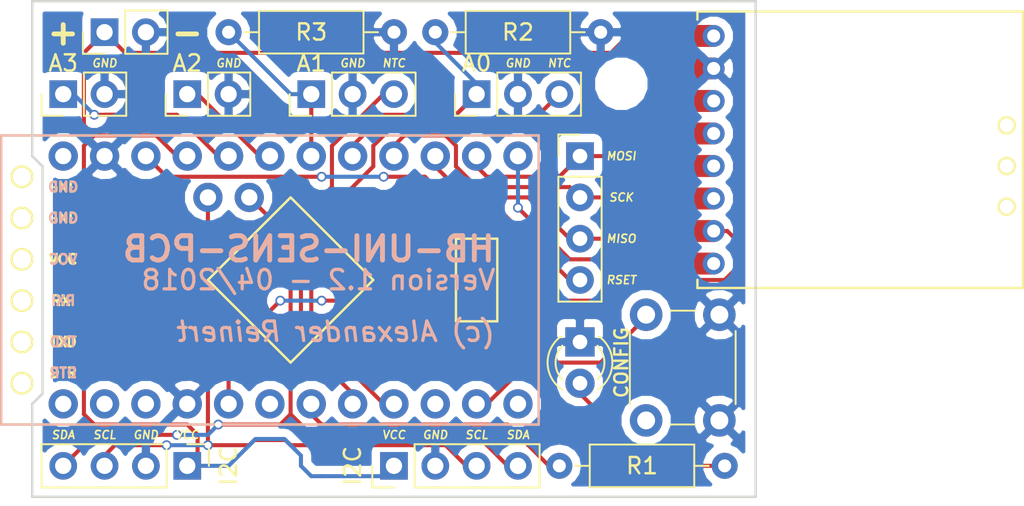
<source format=kicad_pcb>
(kicad_pcb (version 4) (host pcbnew 4.0.7)

  (general
    (links 50)
    (no_connects 0)
    (area 100.889999 47.549999 145.490001 78.180001)
    (thickness 1.6)
    (drawings 40)
    (tracks 242)
    (zones 0)
    (modules 17)
    (nets 25)
  )

  (page A4)
  (layers
    (0 F.Cu signal)
    (31 B.Cu signal)
    (32 B.Adhes user hide)
    (33 F.Adhes user hide)
    (34 B.Paste user hide)
    (35 F.Paste user hide)
    (36 B.SilkS user)
    (37 F.SilkS user)
    (38 B.Mask user)
    (39 F.Mask user)
    (40 Dwgs.User user hide)
    (41 Cmts.User user hide)
    (42 Eco1.User user hide)
    (43 Eco2.User user hide)
    (44 Edge.Cuts user)
    (45 Margin user hide)
    (46 B.CrtYd user hide)
    (47 F.CrtYd user hide)
    (48 B.Fab user hide)
    (49 F.Fab user hide)
  )

  (setup
    (last_trace_width 0.25)
    (trace_clearance 0.2)
    (zone_clearance 0.508)
    (zone_45_only no)
    (trace_min 0.2)
    (segment_width 0.2)
    (edge_width 0.15)
    (via_size 0.6)
    (via_drill 0.4)
    (via_min_size 0.4)
    (via_min_drill 0.3)
    (uvia_size 0.3)
    (uvia_drill 0.1)
    (uvias_allowed no)
    (uvia_min_size 0.2)
    (uvia_min_drill 0.1)
    (pcb_text_width 0.3)
    (pcb_text_size 1.5 1.5)
    (mod_edge_width 0.15)
    (mod_text_size 1 1)
    (mod_text_width 0.15)
    (pad_size 2 2)
    (pad_drill 1.1)
    (pad_to_mask_clearance 0.2)
    (aux_axis_origin 0 0)
    (visible_elements 7FFFFFFF)
    (pcbplotparams
      (layerselection 0x010f0_80000001)
      (usegerberextensions false)
      (excludeedgelayer true)
      (linewidth 0.100000)
      (plotframeref false)
      (viasonmask false)
      (mode 1)
      (useauxorigin false)
      (hpglpennumber 1)
      (hpglpenspeed 20)
      (hpglpendiameter 15)
      (hpglpenoverlay 2)
      (psnegative false)
      (psa4output false)
      (plotreference true)
      (plotvalue true)
      (plotinvisibletext false)
      (padsonsilk false)
      (subtractmaskfromsilk false)
      (outputformat 1)
      (mirror false)
      (drillshape 0)
      (scaleselection 1)
      (outputdirectory Gerber/))
  )

  (net 0 "")
  (net 1 +3V3)
  (net 2 GND)
  (net 3 "Net-(D1-Pad2)")
  (net 4 "Net-(U1-Pad12)")
  (net 5 "Net-(U1-Pad18)")
  (net 6 "Net-(U1-Pad22)")
  (net 7 "Net-(U1-Pad24)")
  (net 8 "Net-(U2-Pad6)")
  (net 9 "Net-(R1-Pad2)")
  (net 10 "Net-(SW1-Pad1)")
  (net 11 /D5)
  (net 12 /D6)
  (net 13 /SS)
  (net 14 /D2)
  (net 15 /SCL)
  (net 16 /SDA)
  (net 17 /A0)
  (net 18 /A1)
  (net 19 /A2)
  (net 20 /A3)
  (net 21 /MOSI)
  (net 22 /SCK)
  (net 23 /MISO)
  (net 24 /RSET)

  (net_class Default "Dies ist die voreingestellte Netzklasse."
    (clearance 0.2)
    (trace_width 0.25)
    (via_dia 0.6)
    (via_drill 0.4)
    (uvia_dia 0.3)
    (uvia_drill 0.1)
    (add_net +3V3)
    (add_net /A0)
    (add_net /A1)
    (add_net /A2)
    (add_net /A3)
    (add_net /D2)
    (add_net /D5)
    (add_net /D6)
    (add_net /MISO)
    (add_net /MOSI)
    (add_net /RSET)
    (add_net /SCK)
    (add_net /SCL)
    (add_net /SDA)
    (add_net /SS)
    (add_net GND)
    (add_net "Net-(D1-Pad2)")
    (add_net "Net-(R1-Pad2)")
    (add_net "Net-(SW1-Pad1)")
    (add_net "Net-(U1-Pad12)")
    (add_net "Net-(U1-Pad18)")
    (add_net "Net-(U1-Pad22)")
    (add_net "Net-(U1-Pad24)")
    (add_net "Net-(U2-Pad6)")
  )

  (module LEDs:LED_D3.0mm (layer F.Cu) (tedit 5AC3F953) (tstamp 5AC3F6CF)
    (at 134.62 68.58 270)
    (descr "LED, diameter 3.0mm, 2 pins")
    (tags "LED diameter 3.0mm 2 pins")
    (path /5ABE1195)
    (fp_text reference D1 (at 3.81 -1.27 360) (layer F.SilkS) hide
      (effects (font (size 1 1) (thickness 0.15)))
    )
    (fp_text value LED (at 1.27 2.96 270) (layer F.Fab)
      (effects (font (size 1 1) (thickness 0.15)))
    )
    (fp_arc (start 1.27 0) (end -0.23 -1.16619) (angle 284.3) (layer F.Fab) (width 0.1))
    (fp_arc (start 1.27 0) (end -0.29 -1.235516) (angle 108.8) (layer F.SilkS) (width 0.12))
    (fp_arc (start 1.27 0) (end -0.29 1.235516) (angle -108.8) (layer F.SilkS) (width 0.12))
    (fp_arc (start 1.27 0) (end 0.229039 -1.08) (angle 87.9) (layer F.SilkS) (width 0.12))
    (fp_arc (start 1.27 0) (end 0.229039 1.08) (angle -87.9) (layer F.SilkS) (width 0.12))
    (fp_circle (center 1.27 0) (end 2.77 0) (layer F.Fab) (width 0.1))
    (fp_line (start -0.23 -1.16619) (end -0.23 1.16619) (layer F.Fab) (width 0.1))
    (fp_line (start -0.29 -1.236) (end -0.29 -1.08) (layer F.SilkS) (width 0.12))
    (fp_line (start -0.29 1.08) (end -0.29 1.236) (layer F.SilkS) (width 0.12))
    (fp_line (start -1.15 -2.25) (end -1.15 2.25) (layer F.CrtYd) (width 0.05))
    (fp_line (start -1.15 2.25) (end 3.7 2.25) (layer F.CrtYd) (width 0.05))
    (fp_line (start 3.7 2.25) (end 3.7 -2.25) (layer F.CrtYd) (width 0.05))
    (fp_line (start 3.7 -2.25) (end -1.15 -2.25) (layer F.CrtYd) (width 0.05))
    (pad 1 thru_hole rect (at 0 0 270) (size 1.8 1.8) (drill 0.9) (layers *.Cu *.Mask)
      (net 2 GND))
    (pad 2 thru_hole circle (at 2.54 0 270) (size 1.8 1.8) (drill 0.9) (layers *.Cu *.Mask)
      (net 3 "Net-(D1-Pad2)"))
    (model ${KISYS3DMOD}/LEDs.3dshapes/LED_D3.0mm.wrl
      (at (xyz 0 0 0))
      (scale (xyz 0.393701 0.393701 0.393701))
      (rotate (xyz 0 0 0))
    )
  )

  (module Pin_Headers:Pin_Header_Straight_1x02_Pitch2.54mm (layer F.Cu) (tedit 5AC7DCBE) (tstamp 5AC3F76F)
    (at 102.87 53.34 90)
    (descr "Through hole straight pin header, 1x02, 2.54mm pitch, single row")
    (tags "Through hole pin header THT 1x02 2.54mm single row")
    (path /5ABE2007)
    (fp_text reference J6 (at 1.905 0 180) (layer F.SilkS) hide
      (effects (font (size 1 1) (thickness 0.15)))
    )
    (fp_text value A3 (at 0 4.87 90) (layer F.Fab)
      (effects (font (size 1 1) (thickness 0.15)))
    )
    (fp_line (start -0.635 -1.27) (end 1.27 -1.27) (layer F.Fab) (width 0.1))
    (fp_line (start 1.27 -1.27) (end 1.27 3.81) (layer F.Fab) (width 0.1))
    (fp_line (start 1.27 3.81) (end -1.27 3.81) (layer F.Fab) (width 0.1))
    (fp_line (start -1.27 3.81) (end -1.27 -0.635) (layer F.Fab) (width 0.1))
    (fp_line (start -1.27 -0.635) (end -0.635 -1.27) (layer F.Fab) (width 0.1))
    (fp_line (start -1.33 3.87) (end 1.33 3.87) (layer F.SilkS) (width 0.12))
    (fp_line (start -1.33 1.27) (end -1.33 3.87) (layer F.SilkS) (width 0.12))
    (fp_line (start 1.33 1.27) (end 1.33 3.87) (layer F.SilkS) (width 0.12))
    (fp_line (start -1.33 1.27) (end 1.33 1.27) (layer F.SilkS) (width 0.12))
    (fp_line (start -1.33 0) (end -1.33 -1.33) (layer F.SilkS) (width 0.12))
    (fp_line (start -1.33 -1.33) (end 0 -1.33) (layer F.SilkS) (width 0.12))
    (fp_line (start -1.8 -1.8) (end -1.8 4.35) (layer F.CrtYd) (width 0.05))
    (fp_line (start -1.8 4.35) (end 1.8 4.35) (layer F.CrtYd) (width 0.05))
    (fp_line (start 1.8 4.35) (end 1.8 -1.8) (layer F.CrtYd) (width 0.05))
    (fp_line (start 1.8 -1.8) (end -1.8 -1.8) (layer F.CrtYd) (width 0.05))
    (fp_text user %R (at 0 1.27 180) (layer F.Fab)
      (effects (font (size 1 1) (thickness 0.15)))
    )
    (pad 1 thru_hole rect (at 0 0 90) (size 1.7 1.7) (drill 1) (layers *.Cu *.Mask)
      (net 20 /A3))
    (pad 2 thru_hole oval (at 0 2.54 90) (size 1.7 1.7) (drill 1) (layers *.Cu *.Mask)
      (net 2 GND))
    (model ${KISYS3DMOD}/Pin_Headers.3dshapes/Pin_Header_Straight_1x02_Pitch2.54mm.wrl
      (at (xyz 0 0 0))
      (scale (xyz 1 1 1))
      (rotate (xyz 0 0 0))
    )
  )

  (module Mounting_Holes:MountingHole_2.2mm_M2 (layer F.Cu) (tedit 5AC40E84) (tstamp 5AC40F21)
    (at 115.57 76.2)
    (descr "Mounting Hole 2.2mm, no annular, M2")
    (tags "mounting hole 2.2mm no annular m2")
    (attr virtual)
    (fp_text reference REF** (at 0 -3.2) (layer F.SilkS) hide
      (effects (font (size 1 1) (thickness 0.15)))
    )
    (fp_text value MountingHole_2.2mm_M2 (at 0 3.2) (layer F.Fab)
      (effects (font (size 1 1) (thickness 0.15)))
    )
    (fp_text user %R (at 0.3 0) (layer F.Fab)
      (effects (font (size 1 1) (thickness 0.15)))
    )
    (fp_circle (center 0 0) (end 2.2 0) (layer Cmts.User) (width 0.15))
    (fp_circle (center 0 0) (end 2.45 0) (layer F.CrtYd) (width 0.05))
    (pad 1 np_thru_hole circle (at 0 0) (size 2.2 2.2) (drill 2.2) (layers *.Cu *.Mask))
  )

  (module Homebrew:ArduinoProMini (layer F.Cu) (tedit 5AC41061) (tstamp 5AC41C6E)
    (at 132.08 55.88 180)
    (path /5ACA0010)
    (fp_text reference U1 (at 3.81 -13.97 180) (layer F.SilkS) hide
      (effects (font (size 1 1) (thickness 0.15)))
    )
    (fp_text value ArduinoProMini (at 16.51 -8.89 180) (layer F.Fab)
      (effects (font (size 1 1) (thickness 0.15)))
    )
    (fp_line (start 0 -17.78) (end 33.02 -17.78) (layer B.SilkS) (width 0.15))
    (fp_line (start 33.02 -17.78) (end 33.02 0) (layer B.SilkS) (width 0.15))
    (fp_line (start 33.02 0) (end 0 0) (layer B.SilkS) (width 0.15))
    (fp_line (start 0 0) (end 0 -17.78) (layer B.SilkS) (width 0.15))
    (fp_text user GND (at 29.21 -3.175 180) (layer B.SilkS)
      (effects (font (size 0.6 0.6) (thickness 0.15)) (justify mirror))
    )
    (fp_text user GND (at 29.21 -5.08 180) (layer B.SilkS)
      (effects (font (size 0.6 0.6) (thickness 0.15)) (justify mirror))
    )
    (fp_text user VCC (at 29.21 -7.62 180) (layer F.SilkS)
      (effects (font (size 0.6 0.6) (thickness 0.15)))
    )
    (fp_text user RXI (at 29.21 -10.16 180) (layer F.SilkS)
      (effects (font (size 0.6 0.6) (thickness 0.15)))
    )
    (fp_text user TXD (at 29.21 -12.7 180) (layer F.SilkS)
      (effects (font (size 0.6 0.6) (thickness 0.15)))
    )
    (fp_text user DTR (at 29.21 -14.605 180) (layer F.SilkS)
      (effects (font (size 0.6 0.6) (thickness 0.15)))
    )
    (fp_text user GND (at 29.21 -3.175 180) (layer F.SilkS)
      (effects (font (size 0.6 0.6) (thickness 0.15)))
    )
    (fp_text user GND (at 29.21 -5.08 180) (layer F.SilkS)
      (effects (font (size 0.6 0.6) (thickness 0.15)))
    )
    (fp_text user VCC (at 29.21 -7.62 180) (layer B.SilkS)
      (effects (font (size 0.6 0.6) (thickness 0.15)) (justify mirror))
    )
    (fp_text user RXI (at 29.21 -10.16 180) (layer B.SilkS)
      (effects (font (size 0.6 0.6) (thickness 0.15)) (justify mirror))
    )
    (fp_text user TXD (at 29.21 -12.7 180) (layer B.SilkS)
      (effects (font (size 0.6 0.6) (thickness 0.15)) (justify mirror))
    )
    (fp_text user DTR (at 29.21 -14.605 180) (layer B.SilkS)
      (effects (font (size 0.6 0.6) (thickness 0.15)) (justify mirror))
    )
    (fp_circle (center 31.75 -2.54) (end 31.75 -1.905) (layer B.Paste) (width 0.15))
    (fp_circle (center 31.75 -5.08) (end 31.75 -4.445) (layer B.Paste) (width 0.15))
    (fp_circle (center 31.75 -7.62) (end 31.75 -6.985) (layer B.Paste) (width 0.15))
    (fp_circle (center 31.75 -10.16) (end 31.75 -9.525) (layer B.Paste) (width 0.15))
    (fp_circle (center 31.75 -12.7) (end 31.75 -12.065) (layer B.Paste) (width 0.15))
    (fp_circle (center 31.75 -15.24) (end 31.75 -14.605) (layer B.Paste) (width 0.15))
    (fp_circle (center 31.75 -2.54) (end 31.75 -1.905) (layer F.SilkS) (width 0.15))
    (fp_circle (center 31.75 -5.08) (end 31.75 -4.445) (layer F.SilkS) (width 0.15))
    (fp_circle (center 31.75 -7.62) (end 31.75 -6.985) (layer F.SilkS) (width 0.15))
    (fp_circle (center 31.75 -10.16) (end 31.75 -9.525) (layer F.SilkS) (width 0.15))
    (fp_circle (center 31.75 -12.7) (end 31.75 -12.065) (layer F.SilkS) (width 0.15))
    (fp_circle (center 31.75 -15.24) (end 31.75 -14.605) (layer F.SilkS) (width 0.15))
    (fp_line (start 2.54 -11.43) (end 2.54 -6.35) (layer F.SilkS) (width 0.15))
    (fp_line (start 2.54 -6.35) (end 5.08 -6.35) (layer F.SilkS) (width 0.15))
    (fp_line (start 5.08 -6.35) (end 5.08 -11.43) (layer F.SilkS) (width 0.15))
    (fp_line (start 5.08 -11.43) (end 2.54 -11.43) (layer F.SilkS) (width 0.15))
    (fp_line (start 15.24 -3.81) (end 20.32 -8.89) (layer F.SilkS) (width 0.15))
    (fp_line (start 20.32 -8.89) (end 15.24 -13.97) (layer F.SilkS) (width 0.15))
    (fp_line (start 15.24 -13.97) (end 10.16 -8.89) (layer F.SilkS) (width 0.15))
    (fp_line (start 10.16 -8.89) (end 15.24 -3.81) (layer F.SilkS) (width 0.15))
    (fp_line (start 0 0) (end 33.02 0) (layer F.SilkS) (width 0.15))
    (fp_line (start 33.02 0) (end 33.02 -17.78) (layer F.SilkS) (width 0.15))
    (fp_line (start 33.02 -17.78) (end 0 -17.78) (layer F.SilkS) (width 0.15))
    (fp_line (start 0 -17.78) (end 0 0) (layer F.SilkS) (width 0.15))
    (pad 1 thru_hole circle (at 1.27 -1.27 180) (size 1.8 1.8) (drill 1) (layers *.Cu *.Mask)
      (net 13 /SS))
    (pad 2 thru_hole circle (at 3.81 -1.27 180) (size 1.8 1.8) (drill 1) (layers *.Cu *.Mask)
      (net 21 /MOSI))
    (pad 3 thru_hole circle (at 6.35 -1.27 180) (size 1.8 1.8) (drill 1) (layers *.Cu *.Mask)
      (net 23 /MISO))
    (pad 4 thru_hole circle (at 8.89 -1.27 180) (size 1.8 1.8) (drill 1) (layers *.Cu *.Mask)
      (net 22 /SCK))
    (pad 5 thru_hole circle (at 11.43 -1.27 180) (size 1.8 1.8) (drill 1) (layers *.Cu *.Mask)
      (net 17 /A0))
    (pad 6 thru_hole circle (at 13.97 -1.27 180) (size 1.8 1.8) (drill 1) (layers *.Cu *.Mask)
      (net 18 /A1))
    (pad 7 thru_hole circle (at 16.51 -1.27 180) (size 1.8 1.8) (drill 1) (layers *.Cu *.Mask)
      (net 19 /A2))
    (pad 8 thru_hole circle (at 19.05 -1.27 180) (size 1.8 1.8) (drill 1) (layers *.Cu *.Mask)
      (net 20 /A3))
    (pad 9 thru_hole circle (at 21.59 -1.27 180) (size 1.8 1.8) (drill 1) (layers *.Cu *.Mask)
      (net 1 +3V3))
    (pad 10 thru_hole circle (at 24.13 -1.27 180) (size 1.8 1.8) (drill 1) (layers *.Cu *.Mask)
      (net 24 /RSET))
    (pad 11 thru_hole circle (at 26.67 -1.27 180) (size 1.8 1.8) (drill 1) (layers *.Cu *.Mask)
      (net 2 GND))
    (pad 12 thru_hole circle (at 29.21 -1.27 180) (size 1.8 1.8) (drill 1) (layers *.Cu *.Mask)
      (net 4 "Net-(U1-Pad12)"))
    (pad 13 thru_hole circle (at 29.21 -16.51 180) (size 1.8 1.8) (drill 1) (layers *.Cu *.Mask))
    (pad 14 thru_hole circle (at 26.67 -16.51 180) (size 1.8 1.8) (drill 1) (layers *.Cu *.Mask))
    (pad 15 thru_hole circle (at 24.13 -16.51 180) (size 1.8 1.8) (drill 1) (layers *.Cu *.Mask))
    (pad 16 thru_hole circle (at 21.59 -16.51 180) (size 1.8 1.8) (drill 1) (layers *.Cu *.Mask)
      (net 2 GND))
    (pad 17 thru_hole circle (at 19.05 -16.51 180) (size 1.8 1.8) (drill 1) (layers *.Cu *.Mask)
      (net 14 /D2))
    (pad 18 thru_hole circle (at 16.51 -16.51 180) (size 1.8 1.8) (drill 1) (layers *.Cu *.Mask)
      (net 5 "Net-(U1-Pad18)"))
    (pad 19 thru_hole circle (at 13.97 -16.51 180) (size 1.8 1.8) (drill 1) (layers *.Cu *.Mask)
      (net 9 "Net-(R1-Pad2)"))
    (pad 20 thru_hole circle (at 11.43 -16.51 180) (size 1.8 1.8) (drill 1) (layers *.Cu *.Mask)
      (net 11 /D5))
    (pad 21 thru_hole circle (at 8.89 -16.51 180) (size 1.8 1.8) (drill 1) (layers *.Cu *.Mask)
      (net 12 /D6))
    (pad 22 thru_hole circle (at 6.35 -16.51 180) (size 1.8 1.8) (drill 1) (layers *.Cu *.Mask)
      (net 6 "Net-(U1-Pad22)"))
    (pad 23 thru_hole circle (at 3.81 -16.51 180) (size 1.8 1.8) (drill 1) (layers *.Cu *.Mask)
      (net 10 "Net-(SW1-Pad1)"))
    (pad 24 thru_hole circle (at 1.27 -16.51 180) (size 1.8 1.8) (drill 1) (layers *.Cu *.Mask)
      (net 7 "Net-(U1-Pad24)"))
    (pad 25 thru_hole circle (at 17.78 -3.81 180) (size 1.8 1.8) (drill 1) (layers *.Cu *.Mask)
      (net 16 /SDA))
    (pad 26 thru_hole circle (at 20.32 -3.81 180) (size 1.8 1.8) (drill 1) (layers *.Cu *.Mask)
      (net 15 /SCL))
  )

  (module Buttons_Switches_THT:SW_PUSH_6mm_h5mm (layer F.Cu) (tedit 5AC7DF78) (tstamp 5AC3F7A1)
    (at 138.684 73.406 90)
    (descr "tactile push button, 6x6mm e.g. PHAP33xx series, height=5mm")
    (tags "tact sw push 6mm")
    (path /5ABE0E28)
    (fp_text reference SW1 (at 3.175 -1.905 90) (layer F.SilkS) hide
      (effects (font (size 0.8 0.8) (thickness 0.15)))
    )
    (fp_text value CONFIG_BUTTON (at 3.75 6.7 90) (layer F.Fab)
      (effects (font (size 1 1) (thickness 0.15)))
    )
    (fp_text user %R (at 3.25 2.25 90) (layer F.Fab)
      (effects (font (size 1 1) (thickness 0.15)))
    )
    (fp_line (start 3.25 -0.75) (end 6.25 -0.75) (layer F.Fab) (width 0.1))
    (fp_line (start 6.25 -0.75) (end 6.25 5.25) (layer F.Fab) (width 0.1))
    (fp_line (start 6.25 5.25) (end 0.25 5.25) (layer F.Fab) (width 0.1))
    (fp_line (start 0.25 5.25) (end 0.25 -0.75) (layer F.Fab) (width 0.1))
    (fp_line (start 0.25 -0.75) (end 3.25 -0.75) (layer F.Fab) (width 0.1))
    (fp_line (start 7.75 6) (end 8 6) (layer F.CrtYd) (width 0.05))
    (fp_line (start 8 6) (end 8 5.75) (layer F.CrtYd) (width 0.05))
    (fp_line (start 7.75 -1.5) (end 8 -1.5) (layer F.CrtYd) (width 0.05))
    (fp_line (start 8 -1.5) (end 8 -1.25) (layer F.CrtYd) (width 0.05))
    (fp_line (start -1.5 -1.25) (end -1.5 -1.5) (layer F.CrtYd) (width 0.05))
    (fp_line (start -1.5 -1.5) (end -1.25 -1.5) (layer F.CrtYd) (width 0.05))
    (fp_line (start -1.5 5.75) (end -1.5 6) (layer F.CrtYd) (width 0.05))
    (fp_line (start -1.5 6) (end -1.25 6) (layer F.CrtYd) (width 0.05))
    (fp_line (start -1.25 -1.5) (end 7.75 -1.5) (layer F.CrtYd) (width 0.05))
    (fp_line (start -1.5 5.75) (end -1.5 -1.25) (layer F.CrtYd) (width 0.05))
    (fp_line (start 7.75 6) (end -1.25 6) (layer F.CrtYd) (width 0.05))
    (fp_line (start 8 -1.25) (end 8 5.75) (layer F.CrtYd) (width 0.05))
    (fp_line (start 1 5.5) (end 5.5 5.5) (layer F.SilkS) (width 0.12))
    (fp_line (start -0.25 1.5) (end -0.25 3) (layer F.SilkS) (width 0.12))
    (fp_line (start 5.5 -1) (end 1 -1) (layer F.SilkS) (width 0.12))
    (fp_line (start 6.75 3) (end 6.75 1.5) (layer F.SilkS) (width 0.12))
    (fp_circle (center 3.25 2.25) (end 1.25 2.5) (layer F.Fab) (width 0.1))
    (pad 2 thru_hole circle (at 0 4.5 180) (size 2 2) (drill 1.1) (layers *.Cu *.Mask)
      (net 2 GND))
    (pad "" thru_hole circle (at 0 0 180) (size 2 2) (drill 1.1) (layers *.Cu *.Mask))
    (pad 2 thru_hole circle (at 6.5 4.5 180) (size 2 2) (drill 1.1) (layers *.Cu *.Mask)
      (net 2 GND))
    (pad 1 thru_hole circle (at 6.5 0 180) (size 2 2) (drill 1.1) (layers *.Cu *.Mask)
      (net 10 "Net-(SW1-Pad1)"))
    (model ${KISYS3DMOD}/Buttons_Switches_THT.3dshapes/SW_PUSH_6mm_h5mm.wrl
      (at (xyz 0.005 0 0))
      (scale (xyz 0.3937 0.3937 0.3937))
      (rotate (xyz 0 0 0))
    )
  )

  (module Homebrew:CC1101 (layer F.Cu) (tedit 5AC41066) (tstamp 5AC3F37D)
    (at 140.335 48.26)
    (path /5AC3AFA1)
    (fp_text reference U2 (at 6.5 2) (layer F.SilkS) hide
      (effects (font (size 1 1) (thickness 0.15)))
    )
    (fp_text value CC1101 (at 15.5 15) (layer F.Fab)
      (effects (font (size 1 1) (thickness 0.15)))
    )
    (fp_line (start 1.5 17) (end 1.5 16.5) (layer F.SilkS) (width 0.15))
    (fp_line (start 1.5 0) (end 1.5 0.5) (layer F.SilkS) (width 0.15))
    (fp_circle (center 20.5 12) (end 20.5 12.5) (layer F.SilkS) (width 0.15))
    (fp_circle (center 20.5 7) (end 20.5 7.5) (layer F.SilkS) (width 0.15))
    (fp_circle (center 20.5 9.5) (end 21 9.5) (layer F.SilkS) (width 0.15))
    (fp_line (start 1.5 0) (end 21.5 0) (layer F.SilkS) (width 0.15))
    (fp_line (start 21.5 0) (end 21.5 17) (layer F.SilkS) (width 0.15))
    (fp_line (start 21.5 17) (end 1.5 17) (layer F.SilkS) (width 0.15))
    (pad 8 thru_hole circle (at 2.5 15.5) (size 1.35 1.35) (drill 0.8) (layers *.Cu *.Mask)
      (net 13 /SS))
    (pad 8 connect rect (at 1.5 15.5) (size 1.8 1.35) (layers F.Cu F.Mask)
      (net 13 /SS))
    (pad 1 thru_hole circle (at 2.5 1.5) (size 1.35 1.35) (drill 0.8) (layers *.Cu *.Mask)
      (net 1 +3V3))
    (pad 2 thru_hole circle (at 2.5 3.5) (size 1.35 1.35) (drill 0.8) (layers *.Cu *.Mask)
      (net 2 GND))
    (pad 3 thru_hole circle (at 2.5 5.5) (size 1.35 1.35) (drill 0.8) (layers *.Cu *.Mask)
      (net 21 /MOSI))
    (pad 4 thru_hole circle (at 2.5 7.5) (size 1.35 1.35) (drill 0.8) (layers *.Cu *.Mask)
      (net 22 /SCK))
    (pad 5 thru_hole circle (at 2.5 9.5) (size 1.35 1.35) (drill 0.8) (layers *.Cu *.Mask)
      (net 23 /MISO))
    (pad 6 thru_hole circle (at 2.5 11.5) (size 1.35 1.35) (drill 0.8) (layers *.Cu *.Mask)
      (net 8 "Net-(U2-Pad6)"))
    (pad 7 thru_hole circle (at 2.5 13.5) (size 1.35 1.35) (drill 0.8) (layers *.Cu *.Mask)
      (net 14 /D2))
    (pad 1 connect rect (at 1.5 1.5) (size 1.8 1.35) (layers F.Cu F.Mask)
      (net 1 +3V3))
    (pad 2 connect rect (at 1.5 3.5) (size 1.8 1.35) (layers F.Cu F.Mask)
      (net 2 GND))
    (pad 3 connect rect (at 1.5 5.5) (size 1.8 1.35) (layers F.Cu F.Mask)
      (net 21 /MOSI))
    (pad 4 connect rect (at 1.5 7.5) (size 1.8 1.35) (layers F.Cu F.Mask)
      (net 22 /SCK))
    (pad 5 connect rect (at 1.5 9.5) (size 1.8 1.35) (layers F.Cu F.Mask)
      (net 23 /MISO))
    (pad 6 connect rect (at 1.5 11.5) (size 1.8 1.35) (layers F.Cu F.Mask)
      (net 8 "Net-(U2-Pad6)"))
    (pad 7 connect rect (at 1.5 13.5) (size 1.8 1.35) (layers F.Cu F.Mask)
      (net 14 /D2))
  )

  (module Pin_Headers:Pin_Header_Straight_1x02_Pitch2.54mm (layer F.Cu) (tedit 5AC7DBF0) (tstamp 5AC3F6E5)
    (at 105.41 49.53 90)
    (descr "Through hole straight pin header, 1x02, 2.54mm pitch, single row")
    (tags "Through hole pin header THT 1x02 2.54mm single row")
    (path /5ABE2E32)
    (fp_text reference J0 (at 0 -2.33 180) (layer F.SilkS) hide
      (effects (font (size 1 1) (thickness 0.15)))
    )
    (fp_text value BATT (at 0 4.87 90) (layer F.Fab)
      (effects (font (size 1 1) (thickness 0.15)))
    )
    (fp_line (start -0.635 -1.27) (end 1.27 -1.27) (layer F.Fab) (width 0.1))
    (fp_line (start 1.27 -1.27) (end 1.27 3.81) (layer F.Fab) (width 0.1))
    (fp_line (start 1.27 3.81) (end -1.27 3.81) (layer F.Fab) (width 0.1))
    (fp_line (start -1.27 3.81) (end -1.27 -0.635) (layer F.Fab) (width 0.1))
    (fp_line (start -1.27 -0.635) (end -0.635 -1.27) (layer F.Fab) (width 0.1))
    (fp_line (start -1.33 3.87) (end 1.33 3.87) (layer F.SilkS) (width 0.12))
    (fp_line (start -1.33 1.27) (end -1.33 3.87) (layer F.SilkS) (width 0.12))
    (fp_line (start 1.33 1.27) (end 1.33 3.87) (layer F.SilkS) (width 0.12))
    (fp_line (start -1.33 1.27) (end 1.33 1.27) (layer F.SilkS) (width 0.12))
    (fp_line (start -1.33 0) (end -1.33 -1.33) (layer F.SilkS) (width 0.12))
    (fp_line (start -1.33 -1.33) (end 0 -1.33) (layer F.SilkS) (width 0.12))
    (fp_line (start -1.8 -1.8) (end -1.8 4.35) (layer F.CrtYd) (width 0.05))
    (fp_line (start -1.8 4.35) (end 1.8 4.35) (layer F.CrtYd) (width 0.05))
    (fp_line (start 1.8 4.35) (end 1.8 -1.8) (layer F.CrtYd) (width 0.05))
    (fp_line (start 1.8 -1.8) (end -1.8 -1.8) (layer F.CrtYd) (width 0.05))
    (fp_text user %R (at 0 1.27 180) (layer F.Fab)
      (effects (font (size 1 1) (thickness 0.15)))
    )
    (pad 1 thru_hole rect (at 0 0 90) (size 1.7 1.7) (drill 1) (layers *.Cu *.Mask)
      (net 1 +3V3))
    (pad 2 thru_hole oval (at 0 2.54 90) (size 1.7 1.7) (drill 1) (layers *.Cu *.Mask)
      (net 2 GND))
    (model ${KISYS3DMOD}/Pin_Headers.3dshapes/Pin_Header_Straight_1x02_Pitch2.54mm.wrl
      (at (xyz 0 0 0))
      (scale (xyz 1 1 1))
      (rotate (xyz 0 0 0))
    )
  )

  (module Pin_Headers:Pin_Header_Straight_1x04_Pitch2.54mm (layer F.Cu) (tedit 5AC7DD2B) (tstamp 5AC3F6FD)
    (at 110.49 76.2 270)
    (descr "Through hole straight pin header, 1x04, 2.54mm pitch, single row")
    (tags "Through hole pin header THT 1x04 2.54mm single row")
    (path /5ABE0D25)
    (fp_text reference J1 (at 0 -2.33 270) (layer F.SilkS) hide
      (effects (font (size 1 1) (thickness 0.15)))
    )
    (fp_text value I2C_1 (at 0 9.95 270) (layer F.Fab)
      (effects (font (size 1 1) (thickness 0.15)))
    )
    (fp_line (start -0.635 -1.27) (end 1.27 -1.27) (layer F.Fab) (width 0.1))
    (fp_line (start 1.27 -1.27) (end 1.27 8.89) (layer F.Fab) (width 0.1))
    (fp_line (start 1.27 8.89) (end -1.27 8.89) (layer F.Fab) (width 0.1))
    (fp_line (start -1.27 8.89) (end -1.27 -0.635) (layer F.Fab) (width 0.1))
    (fp_line (start -1.27 -0.635) (end -0.635 -1.27) (layer F.Fab) (width 0.1))
    (fp_line (start -1.33 8.95) (end 1.33 8.95) (layer F.SilkS) (width 0.12))
    (fp_line (start -1.33 1.27) (end -1.33 8.95) (layer F.SilkS) (width 0.12))
    (fp_line (start 1.33 1.27) (end 1.33 8.95) (layer F.SilkS) (width 0.12))
    (fp_line (start -1.33 1.27) (end 1.33 1.27) (layer F.SilkS) (width 0.12))
    (fp_line (start -1.33 0) (end -1.33 -1.33) (layer F.SilkS) (width 0.12))
    (fp_line (start -1.33 -1.33) (end 0 -1.33) (layer F.SilkS) (width 0.12))
    (fp_line (start -1.8 -1.8) (end -1.8 9.4) (layer F.CrtYd) (width 0.05))
    (fp_line (start -1.8 9.4) (end 1.8 9.4) (layer F.CrtYd) (width 0.05))
    (fp_line (start 1.8 9.4) (end 1.8 -1.8) (layer F.CrtYd) (width 0.05))
    (fp_line (start 1.8 -1.8) (end -1.8 -1.8) (layer F.CrtYd) (width 0.05))
    (fp_text user %R (at 0 3.81 360) (layer F.Fab)
      (effects (font (size 1 1) (thickness 0.15)))
    )
    (pad 1 thru_hole rect (at 0 0 270) (size 1.7 1.7) (drill 1) (layers *.Cu *.Mask)
      (net 1 +3V3))
    (pad 2 thru_hole oval (at 0 2.54 270) (size 1.7 1.7) (drill 1) (layers *.Cu *.Mask)
      (net 2 GND))
    (pad 3 thru_hole oval (at 0 5.08 270) (size 1.7 1.7) (drill 1) (layers *.Cu *.Mask)
      (net 15 /SCL))
    (pad 4 thru_hole oval (at 0 7.62 270) (size 1.7 1.7) (drill 1) (layers *.Cu *.Mask)
      (net 16 /SDA))
    (model ${KISYS3DMOD}/Pin_Headers.3dshapes/Pin_Header_Straight_1x04_Pitch2.54mm.wrl
      (at (xyz 0 0 0))
      (scale (xyz 1 1 1))
      (rotate (xyz 0 0 0))
    )
  )

  (module Pin_Headers:Pin_Header_Straight_1x04_Pitch2.54mm (layer F.Cu) (tedit 5AC7DD35) (tstamp 5AC3F715)
    (at 123.19 76.2 90)
    (descr "Through hole straight pin header, 1x04, 2.54mm pitch, single row")
    (tags "Through hole pin header THT 1x04 2.54mm single row")
    (path /5ABE0DC1)
    (fp_text reference J2 (at 0 -2.33 90) (layer F.SilkS) hide
      (effects (font (size 1 1) (thickness 0.15)))
    )
    (fp_text value I2C_2 (at 0 9.95 90) (layer F.Fab)
      (effects (font (size 1 1) (thickness 0.15)))
    )
    (fp_line (start -0.635 -1.27) (end 1.27 -1.27) (layer F.Fab) (width 0.1))
    (fp_line (start 1.27 -1.27) (end 1.27 8.89) (layer F.Fab) (width 0.1))
    (fp_line (start 1.27 8.89) (end -1.27 8.89) (layer F.Fab) (width 0.1))
    (fp_line (start -1.27 8.89) (end -1.27 -0.635) (layer F.Fab) (width 0.1))
    (fp_line (start -1.27 -0.635) (end -0.635 -1.27) (layer F.Fab) (width 0.1))
    (fp_line (start -1.33 8.95) (end 1.33 8.95) (layer F.SilkS) (width 0.12))
    (fp_line (start -1.33 1.27) (end -1.33 8.95) (layer F.SilkS) (width 0.12))
    (fp_line (start 1.33 1.27) (end 1.33 8.95) (layer F.SilkS) (width 0.12))
    (fp_line (start -1.33 1.27) (end 1.33 1.27) (layer F.SilkS) (width 0.12))
    (fp_line (start -1.33 0) (end -1.33 -1.33) (layer F.SilkS) (width 0.12))
    (fp_line (start -1.33 -1.33) (end 0 -1.33) (layer F.SilkS) (width 0.12))
    (fp_line (start -1.8 -1.8) (end -1.8 9.4) (layer F.CrtYd) (width 0.05))
    (fp_line (start -1.8 9.4) (end 1.8 9.4) (layer F.CrtYd) (width 0.05))
    (fp_line (start 1.8 9.4) (end 1.8 -1.8) (layer F.CrtYd) (width 0.05))
    (fp_line (start 1.8 -1.8) (end -1.8 -1.8) (layer F.CrtYd) (width 0.05))
    (fp_text user %R (at 0 3.81 180) (layer F.Fab)
      (effects (font (size 1 1) (thickness 0.15)))
    )
    (pad 1 thru_hole rect (at 0 0 90) (size 1.7 1.7) (drill 1) (layers *.Cu *.Mask)
      (net 1 +3V3))
    (pad 2 thru_hole oval (at 0 2.54 90) (size 1.7 1.7) (drill 1) (layers *.Cu *.Mask)
      (net 2 GND))
    (pad 3 thru_hole oval (at 0 5.08 90) (size 1.7 1.7) (drill 1) (layers *.Cu *.Mask)
      (net 15 /SCL))
    (pad 4 thru_hole oval (at 0 7.62 90) (size 1.7 1.7) (drill 1) (layers *.Cu *.Mask)
      (net 16 /SDA))
    (model ${KISYS3DMOD}/Pin_Headers.3dshapes/Pin_Header_Straight_1x04_Pitch2.54mm.wrl
      (at (xyz 0 0 0))
      (scale (xyz 1 1 1))
      (rotate (xyz 0 0 0))
    )
  )

  (module Pin_Headers:Pin_Header_Straight_1x03_Pitch2.54mm (layer F.Cu) (tedit 5AC7DCEA) (tstamp 5AC3F72C)
    (at 128.27 53.34 90)
    (descr "Through hole straight pin header, 1x03, 2.54mm pitch, single row")
    (tags "Through hole pin header THT 1x03 2.54mm single row")
    (path /5ABE1EB3)
    (fp_text reference J3 (at 1.905 0 180) (layer F.SilkS) hide
      (effects (font (size 1 1) (thickness 0.15)))
    )
    (fp_text value A0 (at 0 7.41 90) (layer F.Fab)
      (effects (font (size 1 1) (thickness 0.15)))
    )
    (fp_line (start -0.635 -1.27) (end 1.27 -1.27) (layer F.Fab) (width 0.1))
    (fp_line (start 1.27 -1.27) (end 1.27 6.35) (layer F.Fab) (width 0.1))
    (fp_line (start 1.27 6.35) (end -1.27 6.35) (layer F.Fab) (width 0.1))
    (fp_line (start -1.27 6.35) (end -1.27 -0.635) (layer F.Fab) (width 0.1))
    (fp_line (start -1.27 -0.635) (end -0.635 -1.27) (layer F.Fab) (width 0.1))
    (fp_line (start -1.33 6.41) (end 1.33 6.41) (layer F.SilkS) (width 0.12))
    (fp_line (start -1.33 1.27) (end -1.33 6.41) (layer F.SilkS) (width 0.12))
    (fp_line (start 1.33 1.27) (end 1.33 6.41) (layer F.SilkS) (width 0.12))
    (fp_line (start -1.33 1.27) (end 1.33 1.27) (layer F.SilkS) (width 0.12))
    (fp_line (start -1.33 0) (end -1.33 -1.33) (layer F.SilkS) (width 0.12))
    (fp_line (start -1.33 -1.33) (end 0 -1.33) (layer F.SilkS) (width 0.12))
    (fp_line (start -1.8 -1.8) (end -1.8 6.85) (layer F.CrtYd) (width 0.05))
    (fp_line (start -1.8 6.85) (end 1.8 6.85) (layer F.CrtYd) (width 0.05))
    (fp_line (start 1.8 6.85) (end 1.8 -1.8) (layer F.CrtYd) (width 0.05))
    (fp_line (start 1.8 -1.8) (end -1.8 -1.8) (layer F.CrtYd) (width 0.05))
    (fp_text user %R (at 0 2.54 180) (layer F.Fab)
      (effects (font (size 1 1) (thickness 0.15)))
    )
    (pad 1 thru_hole rect (at 0 0 90) (size 1.7 1.7) (drill 1) (layers *.Cu *.Mask)
      (net 17 /A0))
    (pad 2 thru_hole oval (at 0 2.54 90) (size 1.7 1.7) (drill 1) (layers *.Cu *.Mask)
      (net 2 GND))
    (pad 3 thru_hole oval (at 0 5.08 90) (size 1.7 1.7) (drill 1) (layers *.Cu *.Mask)
      (net 12 /D6))
    (model ${KISYS3DMOD}/Pin_Headers.3dshapes/Pin_Header_Straight_1x03_Pitch2.54mm.wrl
      (at (xyz 0 0 0))
      (scale (xyz 1 1 1))
      (rotate (xyz 0 0 0))
    )
  )

  (module Pin_Headers:Pin_Header_Straight_1x03_Pitch2.54mm (layer F.Cu) (tedit 5AC7DCD6) (tstamp 5AC3F743)
    (at 118.11 53.34 90)
    (descr "Through hole straight pin header, 1x03, 2.54mm pitch, single row")
    (tags "Through hole pin header THT 1x03 2.54mm single row")
    (path /5ABE1F38)
    (fp_text reference J4 (at 1.905 0 180) (layer F.SilkS) hide
      (effects (font (size 1 1) (thickness 0.15)))
    )
    (fp_text value A1 (at 0 7.41 90) (layer F.Fab)
      (effects (font (size 1 1) (thickness 0.15)))
    )
    (fp_line (start -0.635 -1.27) (end 1.27 -1.27) (layer F.Fab) (width 0.1))
    (fp_line (start 1.27 -1.27) (end 1.27 6.35) (layer F.Fab) (width 0.1))
    (fp_line (start 1.27 6.35) (end -1.27 6.35) (layer F.Fab) (width 0.1))
    (fp_line (start -1.27 6.35) (end -1.27 -0.635) (layer F.Fab) (width 0.1))
    (fp_line (start -1.27 -0.635) (end -0.635 -1.27) (layer F.Fab) (width 0.1))
    (fp_line (start -1.33 6.41) (end 1.33 6.41) (layer F.SilkS) (width 0.12))
    (fp_line (start -1.33 1.27) (end -1.33 6.41) (layer F.SilkS) (width 0.12))
    (fp_line (start 1.33 1.27) (end 1.33 6.41) (layer F.SilkS) (width 0.12))
    (fp_line (start -1.33 1.27) (end 1.33 1.27) (layer F.SilkS) (width 0.12))
    (fp_line (start -1.33 0) (end -1.33 -1.33) (layer F.SilkS) (width 0.12))
    (fp_line (start -1.33 -1.33) (end 0 -1.33) (layer F.SilkS) (width 0.12))
    (fp_line (start -1.8 -1.8) (end -1.8 6.85) (layer F.CrtYd) (width 0.05))
    (fp_line (start -1.8 6.85) (end 1.8 6.85) (layer F.CrtYd) (width 0.05))
    (fp_line (start 1.8 6.85) (end 1.8 -1.8) (layer F.CrtYd) (width 0.05))
    (fp_line (start 1.8 -1.8) (end -1.8 -1.8) (layer F.CrtYd) (width 0.05))
    (fp_text user %R (at 0 2.54 180) (layer F.Fab)
      (effects (font (size 1 1) (thickness 0.15)))
    )
    (pad 1 thru_hole rect (at 0 0 90) (size 1.7 1.7) (drill 1) (layers *.Cu *.Mask)
      (net 18 /A1))
    (pad 2 thru_hole oval (at 0 2.54 90) (size 1.7 1.7) (drill 1) (layers *.Cu *.Mask)
      (net 2 GND))
    (pad 3 thru_hole oval (at 0 5.08 90) (size 1.7 1.7) (drill 1) (layers *.Cu *.Mask)
      (net 11 /D5))
    (model ${KISYS3DMOD}/Pin_Headers.3dshapes/Pin_Header_Straight_1x03_Pitch2.54mm.wrl
      (at (xyz 0 0 0))
      (scale (xyz 1 1 1))
      (rotate (xyz 0 0 0))
    )
  )

  (module Pin_Headers:Pin_Header_Straight_1x02_Pitch2.54mm (layer F.Cu) (tedit 5AC7DCC8) (tstamp 5AC3F759)
    (at 110.49 53.34 90)
    (descr "Through hole straight pin header, 1x02, 2.54mm pitch, single row")
    (tags "Through hole pin header THT 1x02 2.54mm single row")
    (path /5ABE1F9E)
    (fp_text reference J5 (at 1.905 0 180) (layer F.SilkS) hide
      (effects (font (size 1 1) (thickness 0.15)))
    )
    (fp_text value A2 (at 0 4.87 90) (layer F.Fab)
      (effects (font (size 1 1) (thickness 0.15)))
    )
    (fp_line (start -0.635 -1.27) (end 1.27 -1.27) (layer F.Fab) (width 0.1))
    (fp_line (start 1.27 -1.27) (end 1.27 3.81) (layer F.Fab) (width 0.1))
    (fp_line (start 1.27 3.81) (end -1.27 3.81) (layer F.Fab) (width 0.1))
    (fp_line (start -1.27 3.81) (end -1.27 -0.635) (layer F.Fab) (width 0.1))
    (fp_line (start -1.27 -0.635) (end -0.635 -1.27) (layer F.Fab) (width 0.1))
    (fp_line (start -1.33 3.87) (end 1.33 3.87) (layer F.SilkS) (width 0.12))
    (fp_line (start -1.33 1.27) (end -1.33 3.87) (layer F.SilkS) (width 0.12))
    (fp_line (start 1.33 1.27) (end 1.33 3.87) (layer F.SilkS) (width 0.12))
    (fp_line (start -1.33 1.27) (end 1.33 1.27) (layer F.SilkS) (width 0.12))
    (fp_line (start -1.33 0) (end -1.33 -1.33) (layer F.SilkS) (width 0.12))
    (fp_line (start -1.33 -1.33) (end 0 -1.33) (layer F.SilkS) (width 0.12))
    (fp_line (start -1.8 -1.8) (end -1.8 4.35) (layer F.CrtYd) (width 0.05))
    (fp_line (start -1.8 4.35) (end 1.8 4.35) (layer F.CrtYd) (width 0.05))
    (fp_line (start 1.8 4.35) (end 1.8 -1.8) (layer F.CrtYd) (width 0.05))
    (fp_line (start 1.8 -1.8) (end -1.8 -1.8) (layer F.CrtYd) (width 0.05))
    (fp_text user %R (at 0 1.27 180) (layer F.Fab)
      (effects (font (size 1 1) (thickness 0.15)))
    )
    (pad 1 thru_hole rect (at 0 0 90) (size 1.7 1.7) (drill 1) (layers *.Cu *.Mask)
      (net 19 /A2))
    (pad 2 thru_hole oval (at 0 2.54 90) (size 1.7 1.7) (drill 1) (layers *.Cu *.Mask)
      (net 2 GND))
    (model ${KISYS3DMOD}/Pin_Headers.3dshapes/Pin_Header_Straight_1x02_Pitch2.54mm.wrl
      (at (xyz 0 0 0))
      (scale (xyz 1 1 1))
      (rotate (xyz 0 0 0))
    )
  )

  (module Pin_Headers:Pin_Header_Straight_1x04_Pitch2.54mm (layer F.Cu) (tedit 5AC68B07) (tstamp 5AC3F787)
    (at 134.62 57.15)
    (descr "Through hole straight pin header, 1x04, 2.54mm pitch, single row")
    (tags "Through hole pin header THT 1x04 2.54mm single row")
    (path /5AC3B268)
    (fp_text reference J7 (at 0 -2.33) (layer F.SilkS) hide
      (effects (font (size 1 1) (thickness 0.15)))
    )
    (fp_text value PROG (at 0 9.95) (layer F.Fab)
      (effects (font (size 1 1) (thickness 0.15)))
    )
    (fp_line (start -0.635 -1.27) (end 1.27 -1.27) (layer F.Fab) (width 0.1))
    (fp_line (start 1.27 -1.27) (end 1.27 8.89) (layer F.Fab) (width 0.1))
    (fp_line (start 1.27 8.89) (end -1.27 8.89) (layer F.Fab) (width 0.1))
    (fp_line (start -1.27 8.89) (end -1.27 -0.635) (layer F.Fab) (width 0.1))
    (fp_line (start -1.27 -0.635) (end -0.635 -1.27) (layer F.Fab) (width 0.1))
    (fp_line (start -1.33 8.95) (end 1.33 8.95) (layer F.SilkS) (width 0.12))
    (fp_line (start -1.33 1.27) (end -1.33 8.95) (layer F.SilkS) (width 0.12))
    (fp_line (start 1.33 1.27) (end 1.33 8.95) (layer F.SilkS) (width 0.12))
    (fp_line (start -1.33 1.27) (end 1.33 1.27) (layer F.SilkS) (width 0.12))
    (fp_line (start -1.33 0) (end -1.33 -1.33) (layer F.SilkS) (width 0.12))
    (fp_line (start -1.33 -1.33) (end 0 -1.33) (layer F.SilkS) (width 0.12))
    (fp_line (start -1.8 -1.8) (end -1.8 9.4) (layer F.CrtYd) (width 0.05))
    (fp_line (start -1.8 9.4) (end 1.8 9.4) (layer F.CrtYd) (width 0.05))
    (fp_line (start 1.8 9.4) (end 1.8 -1.8) (layer F.CrtYd) (width 0.05))
    (fp_line (start 1.8 -1.8) (end -1.8 -1.8) (layer F.CrtYd) (width 0.05))
    (fp_text user %R (at 0 3.81 90) (layer F.Fab)
      (effects (font (size 1 1) (thickness 0.15)))
    )
    (pad 1 thru_hole rect (at 0 0) (size 1.7 1.7) (drill 0.9) (layers *.Cu *.Mask)
      (net 21 /MOSI))
    (pad 2 thru_hole oval (at 0 2.54) (size 1.7 1.7) (drill 0.9) (layers *.Cu *.Mask)
      (net 22 /SCK))
    (pad 3 thru_hole oval (at 0 5.08) (size 1.7 1.7) (drill 0.9) (layers *.Cu *.Mask)
      (net 23 /MISO))
    (pad 4 thru_hole oval (at 0 7.62) (size 1.7 1.7) (drill 0.9) (layers *.Cu *.Mask)
      (net 24 /RSET))
    (model ${KISYS3DMOD}/Pin_Headers.3dshapes/Pin_Header_Straight_1x04_Pitch2.54mm.wrl
      (at (xyz 0 0 0))
      (scale (xyz 1 1 1))
      (rotate (xyz 0 0 0))
    )
  )

  (module Resistors_THT:R_Axial_DIN0207_L6.3mm_D2.5mm_P10.16mm_Horizontal (layer F.Cu) (tedit 5AC3F916) (tstamp 5AC3F78D)
    (at 143.51 76.2 180)
    (descr "Resistor, Axial_DIN0207 series, Axial, Horizontal, pin pitch=10.16mm, 0.25W = 1/4W, length*diameter=6.3*2.5mm^2, http://cdn-reichelt.de/documents/datenblatt/B400/1_4W%23YAG.pdf")
    (tags "Resistor Axial_DIN0207 series Axial Horizontal pin pitch 10.16mm 0.25W = 1/4W length 6.3mm diameter 2.5mm")
    (path /5ABE25C7)
    (fp_text reference R1 (at 5.08 0 180) (layer F.SilkS)
      (effects (font (size 1 1) (thickness 0.15)))
    )
    (fp_text value 470 (at 5.08 2.31 180) (layer F.Fab)
      (effects (font (size 1 1) (thickness 0.15)))
    )
    (fp_line (start 1.93 -1.25) (end 1.93 1.25) (layer F.Fab) (width 0.1))
    (fp_line (start 1.93 1.25) (end 8.23 1.25) (layer F.Fab) (width 0.1))
    (fp_line (start 8.23 1.25) (end 8.23 -1.25) (layer F.Fab) (width 0.1))
    (fp_line (start 8.23 -1.25) (end 1.93 -1.25) (layer F.Fab) (width 0.1))
    (fp_line (start 0 0) (end 1.93 0) (layer F.Fab) (width 0.1))
    (fp_line (start 10.16 0) (end 8.23 0) (layer F.Fab) (width 0.1))
    (fp_line (start 1.87 -1.31) (end 1.87 1.31) (layer F.SilkS) (width 0.12))
    (fp_line (start 1.87 1.31) (end 8.29 1.31) (layer F.SilkS) (width 0.12))
    (fp_line (start 8.29 1.31) (end 8.29 -1.31) (layer F.SilkS) (width 0.12))
    (fp_line (start 8.29 -1.31) (end 1.87 -1.31) (layer F.SilkS) (width 0.12))
    (fp_line (start 0.98 0) (end 1.87 0) (layer F.SilkS) (width 0.12))
    (fp_line (start 9.18 0) (end 8.29 0) (layer F.SilkS) (width 0.12))
    (fp_line (start -1.05 -1.6) (end -1.05 1.6) (layer F.CrtYd) (width 0.05))
    (fp_line (start -1.05 1.6) (end 11.25 1.6) (layer F.CrtYd) (width 0.05))
    (fp_line (start 11.25 1.6) (end 11.25 -1.6) (layer F.CrtYd) (width 0.05))
    (fp_line (start 11.25 -1.6) (end -1.05 -1.6) (layer F.CrtYd) (width 0.05))
    (pad 1 thru_hole circle (at 0 0 180) (size 1.6 1.6) (drill 0.8) (layers *.Cu *.Mask)
      (net 3 "Net-(D1-Pad2)"))
    (pad 2 thru_hole oval (at 10.16 0 180) (size 1.6 1.6) (drill 0.8) (layers *.Cu *.Mask)
      (net 9 "Net-(R1-Pad2)"))
    (model ${KISYS3DMOD}/Resistors_THT.3dshapes/R_Axial_DIN0207_L6.3mm_D2.5mm_P10.16mm_Horizontal.wrl
      (at (xyz 0 0 0))
      (scale (xyz 0.393701 0.393701 0.393701))
      (rotate (xyz 0 0 0))
    )
  )

  (module Resistors_THT:R_Axial_DIN0207_L6.3mm_D2.5mm_P10.16mm_Horizontal (layer F.Cu) (tedit 5AC3F6EB) (tstamp 5AC3F793)
    (at 125.73 49.53)
    (descr "Resistor, Axial_DIN0207 series, Axial, Horizontal, pin pitch=10.16mm, 0.25W = 1/4W, length*diameter=6.3*2.5mm^2, http://cdn-reichelt.de/documents/datenblatt/B400/1_4W%23YAG.pdf")
    (tags "Resistor Axial_DIN0207 series Axial Horizontal pin pitch 10.16mm 0.25W = 1/4W length 6.3mm diameter 2.5mm")
    (path /5ABE27F2)
    (fp_text reference R2 (at 5.08 0) (layer F.SilkS)
      (effects (font (size 1 1) (thickness 0.15)))
    )
    (fp_text value 10K (at 5.08 2.31) (layer F.Fab)
      (effects (font (size 1 1) (thickness 0.15)))
    )
    (fp_line (start 1.93 -1.25) (end 1.93 1.25) (layer F.Fab) (width 0.1))
    (fp_line (start 1.93 1.25) (end 8.23 1.25) (layer F.Fab) (width 0.1))
    (fp_line (start 8.23 1.25) (end 8.23 -1.25) (layer F.Fab) (width 0.1))
    (fp_line (start 8.23 -1.25) (end 1.93 -1.25) (layer F.Fab) (width 0.1))
    (fp_line (start 0 0) (end 1.93 0) (layer F.Fab) (width 0.1))
    (fp_line (start 10.16 0) (end 8.23 0) (layer F.Fab) (width 0.1))
    (fp_line (start 1.87 -1.31) (end 1.87 1.31) (layer F.SilkS) (width 0.12))
    (fp_line (start 1.87 1.31) (end 8.29 1.31) (layer F.SilkS) (width 0.12))
    (fp_line (start 8.29 1.31) (end 8.29 -1.31) (layer F.SilkS) (width 0.12))
    (fp_line (start 8.29 -1.31) (end 1.87 -1.31) (layer F.SilkS) (width 0.12))
    (fp_line (start 0.98 0) (end 1.87 0) (layer F.SilkS) (width 0.12))
    (fp_line (start 9.18 0) (end 8.29 0) (layer F.SilkS) (width 0.12))
    (fp_line (start -1.05 -1.6) (end -1.05 1.6) (layer F.CrtYd) (width 0.05))
    (fp_line (start -1.05 1.6) (end 11.25 1.6) (layer F.CrtYd) (width 0.05))
    (fp_line (start 11.25 1.6) (end 11.25 -1.6) (layer F.CrtYd) (width 0.05))
    (fp_line (start 11.25 -1.6) (end -1.05 -1.6) (layer F.CrtYd) (width 0.05))
    (pad 1 thru_hole circle (at 0 0) (size 1.6 1.6) (drill 0.8) (layers *.Cu *.Mask)
      (net 17 /A0))
    (pad 2 thru_hole oval (at 10.16 0) (size 1.6 1.6) (drill 0.8) (layers *.Cu *.Mask)
      (net 2 GND))
    (model ${KISYS3DMOD}/Resistors_THT.3dshapes/R_Axial_DIN0207_L6.3mm_D2.5mm_P10.16mm_Horizontal.wrl
      (at (xyz 0 0 0))
      (scale (xyz 0.393701 0.393701 0.393701))
      (rotate (xyz 0 0 0))
    )
  )

  (module Resistors_THT:R_Axial_DIN0207_L6.3mm_D2.5mm_P10.16mm_Horizontal (layer F.Cu) (tedit 5AC3F6F2) (tstamp 5AC3F799)
    (at 113.03 49.53)
    (descr "Resistor, Axial_DIN0207 series, Axial, Horizontal, pin pitch=10.16mm, 0.25W = 1/4W, length*diameter=6.3*2.5mm^2, http://cdn-reichelt.de/documents/datenblatt/B400/1_4W%23YAG.pdf")
    (tags "Resistor Axial_DIN0207 series Axial Horizontal pin pitch 10.16mm 0.25W = 1/4W length 6.3mm diameter 2.5mm")
    (path /5ABE28D1)
    (fp_text reference R3 (at 5.08 0) (layer F.SilkS)
      (effects (font (size 1 1) (thickness 0.15)))
    )
    (fp_text value 10K (at 5.08 2.31) (layer F.Fab)
      (effects (font (size 1 1) (thickness 0.15)))
    )
    (fp_line (start 1.93 -1.25) (end 1.93 1.25) (layer F.Fab) (width 0.1))
    (fp_line (start 1.93 1.25) (end 8.23 1.25) (layer F.Fab) (width 0.1))
    (fp_line (start 8.23 1.25) (end 8.23 -1.25) (layer F.Fab) (width 0.1))
    (fp_line (start 8.23 -1.25) (end 1.93 -1.25) (layer F.Fab) (width 0.1))
    (fp_line (start 0 0) (end 1.93 0) (layer F.Fab) (width 0.1))
    (fp_line (start 10.16 0) (end 8.23 0) (layer F.Fab) (width 0.1))
    (fp_line (start 1.87 -1.31) (end 1.87 1.31) (layer F.SilkS) (width 0.12))
    (fp_line (start 1.87 1.31) (end 8.29 1.31) (layer F.SilkS) (width 0.12))
    (fp_line (start 8.29 1.31) (end 8.29 -1.31) (layer F.SilkS) (width 0.12))
    (fp_line (start 8.29 -1.31) (end 1.87 -1.31) (layer F.SilkS) (width 0.12))
    (fp_line (start 0.98 0) (end 1.87 0) (layer F.SilkS) (width 0.12))
    (fp_line (start 9.18 0) (end 8.29 0) (layer F.SilkS) (width 0.12))
    (fp_line (start -1.05 -1.6) (end -1.05 1.6) (layer F.CrtYd) (width 0.05))
    (fp_line (start -1.05 1.6) (end 11.25 1.6) (layer F.CrtYd) (width 0.05))
    (fp_line (start 11.25 1.6) (end 11.25 -1.6) (layer F.CrtYd) (width 0.05))
    (fp_line (start 11.25 -1.6) (end -1.05 -1.6) (layer F.CrtYd) (width 0.05))
    (pad 1 thru_hole circle (at 0 0) (size 1.6 1.6) (drill 0.8) (layers *.Cu *.Mask)
      (net 18 /A1))
    (pad 2 thru_hole oval (at 10.16 0) (size 1.6 1.6) (drill 0.8) (layers *.Cu *.Mask)
      (net 2 GND))
    (model ${KISYS3DMOD}/Resistors_THT.3dshapes/R_Axial_DIN0207_L6.3mm_D2.5mm_P10.16mm_Horizontal.wrl
      (at (xyz 0 0 0))
      (scale (xyz 0.393701 0.393701 0.393701))
      (rotate (xyz 0 0 0))
    )
  )

  (module Mounting_Holes:MountingHole_2.2mm_M2 (layer F.Cu) (tedit 5AC40E84) (tstamp 5AC42B1B)
    (at 137.16 52.705)
    (descr "Mounting Hole 2.2mm, no annular, M2")
    (tags "mounting hole 2.2mm no annular m2")
    (attr virtual)
    (fp_text reference REF** (at 0 -3.2) (layer F.SilkS) hide
      (effects (font (size 1 1) (thickness 0.15)))
    )
    (fp_text value MountingHole_2.2mm_M2 (at 0 3.2) (layer F.Fab)
      (effects (font (size 1 1) (thickness 0.15)))
    )
    (fp_text user %R (at 0.3 0) (layer F.Fab)
      (effects (font (size 1 1) (thickness 0.15)))
    )
    (fp_circle (center 0 0) (end 2.2 0) (layer Cmts.User) (width 0.15))
    (fp_circle (center 0 0) (end 2.45 0) (layer F.CrtYd) (width 0.05))
    (pad 1 np_thru_hole circle (at 0 0) (size 2.2 2.2) (drill 2.2) (layers *.Cu *.Mask))
  )

  (gr_text A0 (at 128.27 51.435) (layer F.SilkS)
    (effects (font (size 1 1) (thickness 0.15)))
  )
  (gr_text A1 (at 118.11 51.435) (layer F.SilkS)
    (effects (font (size 1 1) (thickness 0.15)))
  )
  (gr_text A2 (at 110.49 51.435) (layer F.SilkS)
    (effects (font (size 1 1) (thickness 0.15)))
  )
  (gr_text A3 (at 102.87 51.435) (layer F.SilkS)
    (effects (font (size 1 1) (thickness 0.15)))
  )
  (gr_text I2C (at 120.65 76.2 90) (layer F.SilkS)
    (effects (font (size 1 1) (thickness 0.15)))
  )
  (gr_text I2C (at 113.03 76.2 90) (layer F.SilkS)
    (effects (font (size 1 1) (thickness 0.15)))
  )
  (gr_text CONFIG (at 137.16 69.85 90) (layer F.SilkS)
    (effects (font (size 0.8 0.8) (thickness 0.15)))
  )
  (gr_line (start 100.965 57.15) (end 100.965 47.625) (angle 90) (layer Edge.Cuts) (width 0.15))
  (gr_line (start 100.965 47.625) (end 144.145 47.625) (angle 90) (layer Edge.Cuts) (width 0.15))
  (gr_text RSET (at 137.16 64.77) (layer F.SilkS) (tstamp 5AC42BFB)
    (effects (font (size 0.5 0.5) (thickness 0.1) italic))
  )
  (gr_text MISO (at 137.16 62.23) (layer F.SilkS) (tstamp 5AC42BF9)
    (effects (font (size 0.5 0.5) (thickness 0.1) italic))
  )
  (gr_text SCK (at 137.16 59.69) (layer F.SilkS) (tstamp 5AC42BF7)
    (effects (font (size 0.5 0.5) (thickness 0.1) italic))
  )
  (gr_text MOSI (at 137.16 57.15) (layer F.SilkS) (tstamp 5AC42BF1)
    (effects (font (size 0.5 0.5) (thickness 0.1) italic))
  )
  (gr_text "(c) Alexander Reinert" (at 129.54 67.945) (layer B.SilkS)
    (effects (font (size 1.2 1.2) (thickness 0.2) italic) (justify left mirror))
  )
  (gr_text "Version 1.2 - 04/2018\n" (at 129.54 64.77) (layer B.SilkS)
    (effects (font (size 1.2 1.2) (thickness 0.2)) (justify left mirror))
  )
  (gr_text "HB-UNI-SENS-PCB\n" (at 129.54 62.865) (layer B.SilkS)
    (effects (font (size 1.5 1.5) (thickness 0.3)) (justify left mirror))
  )
  (gr_text GND (at 130.81 51.435) (layer F.SilkS) (tstamp 5AC426F7)
    (effects (font (size 0.5 0.5) (thickness 0.1) italic))
  )
  (gr_text GND (at 120.65 51.435) (layer F.SilkS) (tstamp 5AC426F5)
    (effects (font (size 0.5 0.5) (thickness 0.1) italic))
  )
  (gr_text GND (at 113.03 51.435) (layer F.SilkS) (tstamp 5AC426F3)
    (effects (font (size 0.5 0.5) (thickness 0.1) italic))
  )
  (gr_text GND (at 105.41 51.435) (layer F.SilkS) (tstamp 5AC426F1)
    (effects (font (size 0.5 0.5) (thickness 0.1) italic))
  )
  (gr_text SDA (at 130.81 74.295) (layer F.SilkS) (tstamp 5AC426BF)
    (effects (font (size 0.5 0.5) (thickness 0.1) italic))
  )
  (gr_text SDA (at 102.87 74.295) (layer F.SilkS) (tstamp 5AC426BA)
    (effects (font (size 0.5 0.5) (thickness 0.1) italic))
  )
  (gr_text SCL (at 128.27 74.295) (layer F.SilkS) (tstamp 5AC426B8)
    (effects (font (size 0.5 0.5) (thickness 0.1) italic))
  )
  (gr_text SCL (at 105.41 74.295) (layer F.SilkS) (tstamp 5AC426B4)
    (effects (font (size 0.5 0.5) (thickness 0.1) italic))
  )
  (gr_text GND (at 125.73 74.295) (layer F.SilkS) (tstamp 5AC426B2)
    (effects (font (size 0.5 0.5) (thickness 0.1) italic))
  )
  (gr_text GND (at 107.95 74.295) (layer F.SilkS) (tstamp 5AC426AE)
    (effects (font (size 0.5 0.5) (thickness 0.1) italic))
  )
  (gr_text VCC (at 123.19 74.295) (layer F.SilkS) (tstamp 5AC426AC)
    (effects (font (size 0.5 0.5) (thickness 0.1) italic))
  )
  (gr_text VCC (at 110.49 74.295) (layer F.SilkS)
    (effects (font (size 0.5 0.5) (thickness 0.1) italic))
  )
  (gr_text NTC (at 133.35 51.435) (layer F.SilkS) (tstamp 5AC426AA)
    (effects (font (size 0.5 0.5) (thickness 0.1) italic))
  )
  (gr_text NTC (at 123.19 51.435) (layer F.SilkS)
    (effects (font (size 0.5 0.5) (thickness 0.1) italic))
  )
  (gr_text + (at 102.87 49.53) (layer F.SilkS)
    (effects (font (size 1.5 1.5) (thickness 0.3)))
  )
  (gr_text - (at 110.49 49.53) (layer F.SilkS)
    (effects (font (size 1.5 1.5) (thickness 0.3)))
  )
  (gr_line (start 100.965 72.39) (end 100.965 78.105) (angle 90) (layer Edge.Cuts) (width 0.15))
  (gr_line (start 101.6 57.785) (end 100.965 57.15) (angle 90) (layer Edge.Cuts) (width 0.15))
  (gr_line (start 101.6 71.755) (end 101.6 57.785) (angle 90) (layer Edge.Cuts) (width 0.15))
  (gr_line (start 100.965 72.39) (end 101.6 71.755) (angle 90) (layer Edge.Cuts) (width 0.15))
  (gr_line (start 145.415 78.105) (end 100.965 78.105) (angle 90) (layer Edge.Cuts) (width 0.15))
  (gr_line (start 145.415 47.625) (end 145.415 78.105) (angle 90) (layer Edge.Cuts) (width 0.15))
  (gr_line (start 144.78 47.625) (end 145.415 47.625) (angle 90) (layer Edge.Cuts) (width 0.15))
  (gr_line (start 144.145 47.625) (end 144.78 47.625) (angle 90) (layer Edge.Cuts) (width 0.15))

  (segment (start 114.4905 74.7395) (end 114.681 74.549) (width 0.25) (layer B.Cu) (net 1))
  (segment (start 116.459 74.549) (end 116.713 74.803) (width 0.25) (layer B.Cu) (net 1) (tstamp 5AC7FCC2))
  (segment (start 114.681 74.549) (end 116.459 74.549) (width 0.25) (layer B.Cu) (net 1) (tstamp 5AC7FCC1))
  (segment (start 114.3635 74.8665) (end 114.4905 74.7395) (width 0.25) (layer B.Cu) (net 1))
  (segment (start 114.1095 75.1205) (end 114.3635 74.8665) (width 0.25) (layer B.Cu) (net 1))
  (segment (start 113.03 76.2) (end 114.1095 75.1205) (width 0.25) (layer B.Cu) (net 1) (tstamp 5AC68B4C))
  (segment (start 110.49 76.2) (end 113.03 76.2) (width 0.25) (layer B.Cu) (net 1))
  (segment (start 117.475 75.565) (end 117.475 76.2) (width 0.25) (layer B.Cu) (net 1))
  (segment (start 118.745 76.835) (end 121.285 76.835) (width 0.25) (layer B.Cu) (net 1) (tstamp 5AC67DCB))
  (segment (start 116.84 74.93) (end 117.475 75.565) (width 0.25) (layer B.Cu) (net 1) (tstamp 5AC67DC7))
  (segment (start 116.713 74.803) (end 116.84 74.93) (width 0.25) (layer B.Cu) (net 1) (tstamp 5AC7FCC8))
  (segment (start 121.285 76.835) (end 122.555 76.835) (width 0.25) (layer B.Cu) (net 1))
  (segment (start 117.475 76.2) (end 118.11 76.835) (width 0.25) (layer B.Cu) (net 1) (tstamp 5AC68737))
  (segment (start 118.11 76.835) (end 118.745 76.835) (width 0.25) (layer B.Cu) (net 1) (tstamp 5AC68738))
  (segment (start 109.854301 73.659301) (end 110.489301 73.659301) (width 0.25) (layer F.Cu) (net 1))
  (segment (start 111.125 74.295) (end 111.125 75.565) (width 0.25) (layer F.Cu) (net 1) (tstamp 5AC68550))
  (segment (start 110.489301 73.659301) (end 111.125 74.295) (width 0.25) (layer F.Cu) (net 1) (tstamp 5AC6854E))
  (segment (start 111.125 75.565) (end 110.49 76.2) (width 0.25) (layer F.Cu) (net 1) (tstamp 5AC68551))
  (segment (start 108.585 73.659301) (end 109.854301 73.659301) (width 0.25) (layer F.Cu) (net 1))
  (segment (start 108.585 73.659301) (end 108.585 73.659301) (width 0.25) (layer F.Cu) (net 1))
  (segment (start 104.775 55.88) (end 108.585 55.88) (width 0.25) (layer F.Cu) (net 1))
  (segment (start 104.14 56.515) (end 104.775 55.88) (width 0.25) (layer F.Cu) (net 1))
  (segment (start 104.775 55.88) (end 104.14 55.245) (width 0.25) (layer F.Cu) (net 1) (tstamp 5AC67FCF))
  (segment (start 108.585 55.88) (end 109.855 57.15) (width 0.25) (layer F.Cu) (net 1) (tstamp 5AC67EEF))
  (segment (start 104.14 53.975) (end 104.14 55.245) (width 0.25) (layer F.Cu) (net 1))
  (segment (start 105.41 49.53) (end 104.14 50.8) (width 0.25) (layer F.Cu) (net 1))
  (segment (start 104.14 50.8) (end 104.14 51.435) (width 0.25) (layer F.Cu) (net 1) (tstamp 5AC67EC3))
  (segment (start 105.41 49.53) (end 106.68 50.8) (width 0.25) (layer F.Cu) (net 1))
  (segment (start 109.855 57.15) (end 110.49 57.15) (width 0.25) (layer F.Cu) (net 1) (tstamp 5AC67E9F))
  (segment (start 104.14 66.675) (end 104.14 73.025) (width 0.25) (layer F.Cu) (net 1))
  (segment (start 104.774301 73.659301) (end 108.585 73.659301) (width 0.25) (layer F.Cu) (net 1) (tstamp 5AC67E0A))
  (segment (start 104.14 73.025) (end 104.774301 73.659301) (width 0.25) (layer F.Cu) (net 1) (tstamp 5AC67E08))
  (segment (start 104.14 60.96) (end 104.14 66.675) (width 0.25) (layer F.Cu) (net 1))
  (segment (start 104.14 51.435) (end 104.14 53.975) (width 0.25) (layer F.Cu) (net 1) (tstamp 5AC67D5D))
  (segment (start 104.14 56.515) (end 104.14 60.96) (width 0.25) (layer F.Cu) (net 1) (tstamp 5AC67FCD))
  (segment (start 122.555 76.835) (end 123.19 76.2) (width 0.25) (layer B.Cu) (net 1) (tstamp 5AC67DE3))
  (segment (start 141.835 49.76) (end 137.565 49.76) (width 0.25) (layer F.Cu) (net 1))
  (segment (start 137.565 49.76) (end 136.525 50.8) (width 0.25) (layer F.Cu) (net 1) (tstamp 5AC67C4B))
  (segment (start 136.525 50.8) (end 106.68 50.8) (width 0.25) (layer F.Cu) (net 1) (tstamp 5AC67C4F))
  (segment (start 141.835 49.76) (end 142.835 49.76) (width 0.25) (layer F.Cu) (net 1))
  (segment (start 110.236 72.39) (end 109.728 72.898) (width 0.25) (layer B.Cu) (net 2) (tstamp 5AC7FC12))
  (segment (start 109.347 73.279) (end 109.728 72.898) (width 0.25) (layer B.Cu) (net 2))
  (segment (start 110.109 72.39) (end 109.22 73.279) (width 0.25) (layer B.Cu) (net 2) (tstamp 5AC7FC08))
  (segment (start 110.49 72.39) (end 110.236 72.39) (width 0.25) (layer B.Cu) (net 2))
  (segment (start 107.95 76.2) (end 107.95 74.93) (width 0.25) (layer B.Cu) (net 2))
  (segment (start 107.95 74.93) (end 110.49 72.39) (width 0.25) (layer B.Cu) (net 2))
  (segment (start 110.49 72.39) (end 110.109 72.39) (width 0.25) (layer B.Cu) (net 2))
  (segment (start 141.835 51.76) (end 142.835 51.76) (width 0.25) (layer F.Cu) (net 2))
  (segment (start 134.62 71.12) (end 134.62 71.755) (width 0.25) (layer F.Cu) (net 3))
  (segment (start 134.62 71.755) (end 139.065 76.2) (width 0.25) (layer F.Cu) (net 3) (tstamp 5AC681B3))
  (segment (start 139.065 76.2) (end 143.51 76.2) (width 0.25) (layer F.Cu) (net 3) (tstamp 5AC681B4))
  (segment (start 142.875 76.2) (end 143.51 76.2) (width 0.25) (layer F.Cu) (net 3) (tstamp 5AC42B17))
  (segment (start 142.875 76.2) (end 143.51 76.2) (width 0.25) (layer F.Cu) (net 3) (tstamp 5AC42955))
  (segment (start 141.835 59.76) (end 142.835 59.76) (width 0.25) (layer F.Cu) (net 8))
  (segment (start 128.905 73.66) (end 130.175 73.66) (width 0.25) (layer F.Cu) (net 9))
  (segment (start 130.175 73.66) (end 131.445 74.93) (width 0.25) (layer F.Cu) (net 9) (tstamp 5AC67331))
  (segment (start 131.445 74.93) (end 132.715 76.2) (width 0.25) (layer F.Cu) (net 9) (tstamp 5AC67328))
  (segment (start 132.715 76.2) (end 133.35 76.2) (width 0.25) (layer F.Cu) (net 9) (tstamp 5AC6731B))
  (segment (start 118.745 73.66) (end 118.11 73.025) (width 0.25) (layer F.Cu) (net 9) (tstamp 5AC41F4D))
  (segment (start 128.905 73.66) (end 118.745 73.66) (width 0.25) (layer F.Cu) (net 9) (tstamp 5AC67322))
  (segment (start 118.11 73.025) (end 118.11 72.39) (width 0.25) (layer F.Cu) (net 9) (tstamp 5AC41F4E))
  (segment (start 118.11 73.025) (end 118.11 72.39) (width 0.25) (layer F.Cu) (net 9) (tstamp 5AC3FDF3))
  (segment (start 138.684 66.906) (end 138.684 67.056) (width 0.25) (layer F.Cu) (net 10))
  (segment (start 138.684 67.056) (end 135.89 69.85) (width 0.25) (layer F.Cu) (net 10) (tstamp 5AC7E03E))
  (segment (start 135.89 69.85) (end 131.445 69.85) (width 0.25) (layer F.Cu) (net 10) (tstamp 5AC7E03F))
  (segment (start 131.445 69.85) (end 128.905 72.39) (width 0.25) (layer F.Cu) (net 10) (tstamp 5AC7E041))
  (segment (start 128.905 72.39) (end 128.27 72.39) (width 0.25) (layer F.Cu) (net 10) (tstamp 5AC7E044))
  (segment (start 117.475 68.58) (end 120.65 71.755) (width 0.25) (layer F.Cu) (net 11))
  (segment (start 120.65 71.755) (end 120.65 72.39) (width 0.25) (layer F.Cu) (net 11) (tstamp 5AC68849))
  (segment (start 117.475 67.31) (end 117.475 68.58) (width 0.25) (layer F.Cu) (net 11))
  (segment (start 117.475 67.31) (end 117.475 60.96) (width 0.25) (layer F.Cu) (net 11) (tstamp 5AC673CC))
  (segment (start 119.38 56.515) (end 121.92 53.975) (width 0.25) (layer F.Cu) (net 11))
  (segment (start 121.92 53.975) (end 122.555 53.34) (width 0.25) (layer F.Cu) (net 11) (tstamp 5AC68870))
  (segment (start 122.555 53.34) (end 123.19 53.34) (width 0.25) (layer F.Cu) (net 11) (tstamp 5AC6887A))
  (segment (start 122.555 53.34) (end 123.19 53.34) (width 0.25) (layer F.Cu) (net 11) (tstamp 5AC6886B))
  (segment (start 119.38 58.42) (end 119.38 59.055) (width 0.25) (layer F.Cu) (net 11))
  (segment (start 119.38 59.055) (end 117.475 60.96) (width 0.25) (layer F.Cu) (net 11) (tstamp 5AC66E38))
  (segment (start 119.38 59.055) (end 117.475 60.96) (width 0.25) (layer F.Cu) (net 11) (tstamp 5AC66E0B))
  (segment (start 119.38 56.515) (end 119.38 58.42) (width 0.25) (layer F.Cu) (net 11) (tstamp 5AC66F17))
  (segment (start 133.35 53.34) (end 131.445 55.245) (width 0.25) (layer F.Cu) (net 12))
  (segment (start 121.92 56.515) (end 123.19 55.245) (width 0.25) (layer F.Cu) (net 12))
  (segment (start 123.19 55.245) (end 128.905 55.245) (width 0.25) (layer F.Cu) (net 12) (tstamp 5AC66F4A))
  (segment (start 131.445 55.245) (end 128.905 55.245) (width 0.25) (layer F.Cu) (net 12) (tstamp 5AC687C2))
  (segment (start 121.92 56.515) (end 121.92 57.785) (width 0.25) (layer F.Cu) (net 12) (tstamp 5AC41FE8))
  (segment (start 118.11 67.31) (end 118.11 67.945) (width 0.25) (layer F.Cu) (net 12))
  (segment (start 118.11 67.945) (end 122.555 72.39) (width 0.25) (layer F.Cu) (net 12) (tstamp 5AC68209))
  (segment (start 122.555 72.39) (end 123.19 72.39) (width 0.25) (layer F.Cu) (net 12) (tstamp 5AC6820E))
  (segment (start 121.285 58.42) (end 118.11 61.595) (width 0.25) (layer F.Cu) (net 12))
  (segment (start 118.11 61.595) (end 118.11 67.31) (width 0.25) (layer F.Cu) (net 12) (tstamp 5AC66E06))
  (segment (start 121.285 58.42) (end 121.92 57.785) (width 0.25) (layer F.Cu) (net 12) (tstamp 5AC42AA8))
  (segment (start 135.255 63.5) (end 140.335 63.5) (width 0.25) (layer F.Cu) (net 13))
  (segment (start 140.595 63.76) (end 141.835 63.76) (width 0.25) (layer F.Cu) (net 13) (tstamp 5ACA0A6C))
  (segment (start 140.335 63.5) (end 140.595 63.76) (width 0.25) (layer F.Cu) (net 13) (tstamp 5ACA0A68))
  (via (at 130.81 60.325) (size 0.6) (drill 0.4) (layers F.Cu B.Cu) (net 13))
  (segment (start 130.81 60.325) (end 130.81 57.15) (width 0.25) (layer B.Cu) (net 13) (tstamp 5AC42AD0))
  (segment (start 135.255 63.5) (end 134.62 63.5) (width 0.25) (layer F.Cu) (net 13) (tstamp 5AC68A9E))
  (segment (start 133.985 63.5) (end 134.62 63.5) (width 0.25) (layer F.Cu) (net 13) (tstamp 5AC68823))
  (segment (start 133.35 62.865) (end 133.985 63.5) (width 0.25) (layer F.Cu) (net 13) (tstamp 5AC6881C))
  (segment (start 130.81 60.325) (end 133.35 62.865) (width 0.25) (layer F.Cu) (net 13))
  (segment (start 141.835 63.76) (end 142.835 63.76) (width 0.25) (layer F.Cu) (net 13))
  (segment (start 120.015 66.04) (end 118.745 66.04) (width 0.25) (layer F.Cu) (net 14))
  (via (at 118.745 66.04) (size 0.6) (drill 0.4) (layers F.Cu B.Cu) (net 14))
  (segment (start 113.03 69.215) (end 113.03 72.39) (width 0.25) (layer F.Cu) (net 14) (tstamp 5AC68BCE))
  (segment (start 116.205 66.04) (end 113.03 69.215) (width 0.25) (layer F.Cu) (net 14) (tstamp 5AC68BCD))
  (via (at 116.205 66.04) (size 0.6) (drill 0.4) (layers F.Cu B.Cu) (net 14))
  (segment (start 118.745 66.04) (end 116.205 66.04) (width 0.25) (layer B.Cu) (net 14) (tstamp 5AC68BCA))
  (segment (start 137.795 64.77) (end 136.525 66.04) (width 0.25) (layer F.Cu) (net 14))
  (segment (start 136.525 66.04) (end 120.015 66.04) (width 0.25) (layer F.Cu) (net 14) (tstamp 5AC68BB8))
  (segment (start 113.03 71.755) (end 113.03 72.39) (width 0.25) (layer F.Cu) (net 14) (tstamp 5AC6885A))
  (segment (start 140.335 64.77) (end 137.795 64.77) (width 0.25) (layer F.Cu) (net 14) (tstamp 5AC42CA6))
  (segment (start 143.51 64.77) (end 140.335 64.77) (width 0.25) (layer F.Cu) (net 14) (tstamp 5AC42CE1))
  (segment (start 144.145 62.23) (end 144.145 64.135) (width 0.25) (layer F.Cu) (net 14) (tstamp 5AC42CA4))
  (segment (start 141.835 61.76) (end 143.675 61.76) (width 0.25) (layer F.Cu) (net 14))
  (segment (start 143.675 61.76) (end 144.145 62.23) (width 0.25) (layer F.Cu) (net 14) (tstamp 5AC42CA3))
  (segment (start 143.51 64.77) (end 144.145 64.135) (width 0.25) (layer F.Cu) (net 14))
  (segment (start 141.835 61.76) (end 142.835 61.76) (width 0.25) (layer F.Cu) (net 14))
  (segment (start 114.6175 74.6125) (end 116.5225 74.6125) (width 0.25) (layer F.Cu) (net 15))
  (segment (start 116.5225 74.6125) (end 116.84 74.93) (width 0.25) (layer F.Cu) (net 15) (tstamp 5ADE3B8D))
  (segment (start 126.365 74.93) (end 127.635 76.2) (width 0.25) (layer F.Cu) (net 15))
  (segment (start 127.635 76.2) (end 128.27 76.2) (width 0.25) (layer F.Cu) (net 15) (tstamp 5AC689BB))
  (segment (start 111.76 68.58) (end 111.76 74.93) (width 0.25) (layer F.Cu) (net 15))
  (segment (start 111.76 74.93) (end 114.3 74.93) (width 0.25) (layer F.Cu) (net 15))
  (segment (start 126.365 74.93) (end 117.475 74.93) (width 0.25) (layer F.Cu) (net 15) (tstamp 5AC670B8))
  (segment (start 114.3 74.93) (end 114.6175 74.6125) (width 0.25) (layer F.Cu) (net 15) (tstamp 5AC67505))
  (segment (start 116.84 74.93) (end 117.475 74.93) (width 0.25) (layer F.Cu) (net 15) (tstamp 5AC67516))
  (segment (start 111.76 59.69) (end 111.76 68.58) (width 0.25) (layer F.Cu) (net 15))
  (via (at 111.76 74.93) (size 0.6) (drill 0.4) (layers F.Cu B.Cu) (net 15))
  (segment (start 105.41 75.565) (end 106.045 74.93) (width 0.25) (layer F.Cu) (net 15) (tstamp 5AC4272F))
  (segment (start 109.22 74.93) (end 111.76 74.93) (width 0.25) (layer B.Cu) (net 15) (tstamp 5AC42733))
  (via (at 109.22 74.93) (size 0.6) (drill 0.4) (layers F.Cu B.Cu) (net 15))
  (segment (start 106.045 74.93) (end 109.22 74.93) (width 0.25) (layer F.Cu) (net 15) (tstamp 5AC42730))
  (segment (start 111.76 74.93) (end 111.76 74.93) (width 0.25) (layer F.Cu) (net 15) (tstamp 5AC4275A))
  (segment (start 105.41 76.2) (end 105.41 75.565) (width 0.25) (layer F.Cu) (net 15))
  (segment (start 127.635 74.295) (end 128.27 74.295) (width 0.25) (layer F.Cu) (net 16))
  (segment (start 128.27 74.295) (end 130.175 76.2) (width 0.25) (layer F.Cu) (net 16) (tstamp 5AC689B0))
  (segment (start 130.175 76.2) (end 130.81 76.2) (width 0.25) (layer F.Cu) (net 16) (tstamp 5AC689B8))
  (segment (start 109.855 74.295) (end 111.76 74.295) (width 0.25) (layer B.Cu) (net 16))
  (segment (start 111.76 74.295) (end 112.395 73.66) (width 0.25) (layer B.Cu) (net 16) (tstamp 5AC684E2))
  (segment (start 112.395 73.66) (end 113.665 73.66) (width 0.25) (layer F.Cu) (net 16))
  (via (at 112.395 73.66) (size 0.6) (drill 0.4) (layers F.Cu B.Cu) (net 16))
  (segment (start 116.205 73.66) (end 116.84 73.025) (width 0.25) (layer F.Cu) (net 16) (tstamp 5AC42B3A))
  (segment (start 113.665 73.66) (end 116.205 73.66) (width 0.25) (layer F.Cu) (net 16) (tstamp 5AC42B39))
  (segment (start 130.81 76.2) (end 130.175 76.2) (width 0.25) (layer F.Cu) (net 16))
  (segment (start 102.87 76.2) (end 104.775 74.295) (width 0.25) (layer F.Cu) (net 16))
  (segment (start 114.3 59.69) (end 116.84 62.23) (width 0.25) (layer F.Cu) (net 16))
  (segment (start 114.3 59.69) (end 114.3 59.955004) (width 0.25) (layer F.Cu) (net 16))
  (segment (start 118.11 74.295) (end 117.475 73.66) (width 0.25) (layer F.Cu) (net 16))
  (segment (start 117.475 73.66) (end 116.84 73.025) (width 0.25) (layer F.Cu) (net 16))
  (segment (start 118.11 74.295) (end 118.745 74.295) (width 0.25) (layer F.Cu) (net 16) (tstamp 5AC42B46))
  (segment (start 109.855 74.295) (end 104.775 74.295) (width 0.25) (layer F.Cu) (net 16))
  (via (at 109.855 74.295) (size 0.6) (drill 0.4) (layers F.Cu B.Cu) (net 16))
  (segment (start 116.84 71.755) (end 116.84 62.495004) (width 0.25) (layer F.Cu) (net 16))
  (segment (start 116.84 62.495004) (end 116.84 62.23) (width 0.25) (layer F.Cu) (net 16) (tstamp 5AC66E46))
  (segment (start 116.84 71.755) (end 116.84 73.025) (width 0.25) (layer F.Cu) (net 16) (tstamp 5AC42006))
  (segment (start 118.11 74.295) (end 118.745 74.295) (width 0.25) (layer F.Cu) (net 16) (tstamp 5AC3FE7A))
  (segment (start 118.745 74.295) (end 127.635 74.295) (width 0.25) (layer F.Cu) (net 16) (tstamp 5AC42B49))
  (segment (start 125.73 49.53) (end 125.73 50.165) (width 0.25) (layer B.Cu) (net 17))
  (segment (start 125.73 50.165) (end 128.27 52.705) (width 0.25) (layer B.Cu) (net 17) (tstamp 5AC68B50))
  (segment (start 128.27 52.705) (end 128.27 53.34) (width 0.25) (layer B.Cu) (net 17) (tstamp 5AC68B52))
  (segment (start 125.095 54.61) (end 125.73 54.61) (width 0.25) (layer F.Cu) (net 17))
  (segment (start 125.73 54.61) (end 127 54.61) (width 0.25) (layer F.Cu) (net 17) (tstamp 5AC68C82))
  (segment (start 127 54.61) (end 128.27 53.34) (width 0.25) (layer F.Cu) (net 17) (tstamp 5AC6736D))
  (segment (start 122.555 54.61) (end 121.92 55.245) (width 0.25) (layer F.Cu) (net 17))
  (segment (start 121.92 55.245) (end 120.65 56.515) (width 0.25) (layer F.Cu) (net 17) (tstamp 5AC66F3F))
  (segment (start 120.65 56.515) (end 120.65 57.15) (width 0.25) (layer F.Cu) (net 17) (tstamp 5AC66F42))
  (segment (start 122.555 54.61) (end 125.095 54.61) (width 0.25) (layer F.Cu) (net 17))
  (segment (start 127 54.61) (end 128.27 53.34) (width 0.25) (layer F.Cu) (net 17) (tstamp 5AC66F2A))
  (segment (start 120.65 57.15) (end 120.65 56.515) (width 0.25) (layer F.Cu) (net 17))
  (segment (start 113.03 49.53) (end 116.84 53.34) (width 0.25) (layer B.Cu) (net 18))
  (segment (start 116.84 53.34) (end 118.11 53.34) (width 0.25) (layer B.Cu) (net 18) (tstamp 5AC7FC45))
  (segment (start 117.475 53.34) (end 118.11 53.34) (width 0.25) (layer B.Cu) (net 18) (tstamp 5AC68B56))
  (segment (start 118.11 57.15) (end 118.11 53.34) (width 0.25) (layer F.Cu) (net 18))
  (segment (start 111.125 53.34) (end 114.935 57.15) (width 0.25) (layer F.Cu) (net 19) (tstamp 5AC67E3A))
  (segment (start 114.935 57.15) (end 115.57 57.15) (width 0.25) (layer F.Cu) (net 19) (tstamp 5AC67E3B))
  (segment (start 114.935 57.15) (end 115.57 57.15) (width 0.25) (layer F.Cu) (net 19) (tstamp 5AC67133))
  (segment (start 111.125 55.88) (end 112.395 57.15) (width 0.25) (layer F.Cu) (net 20))
  (segment (start 112.395 57.15) (end 113.03 57.15) (width 0.25) (layer F.Cu) (net 20) (tstamp 5AC68B73))
  (segment (start 106.045 54.61) (end 104.775 54.61) (width 0.25) (layer F.Cu) (net 20))
  (segment (start 104.775 54.61) (end 103.505 53.34) (width 0.25) (layer B.Cu) (net 20) (tstamp 5AC68946))
  (via (at 104.775 54.61) (size 0.6) (drill 0.4) (layers F.Cu B.Cu) (net 20))
  (segment (start 103.505 53.34) (end 102.87 53.34) (width 0.25) (layer B.Cu) (net 20) (tstamp 5AC68947))
  (segment (start 105.41 54.61) (end 106.045 54.61) (width 0.25) (layer F.Cu) (net 20))
  (segment (start 106.045 54.61) (end 108.585 54.61) (width 0.25) (layer F.Cu) (net 20))
  (segment (start 109.855 54.61) (end 111.125 55.88) (width 0.25) (layer F.Cu) (net 20))
  (segment (start 109.855 54.61) (end 108.585 54.61) (width 0.25) (layer F.Cu) (net 20) (tstamp 5AC688B2))
  (segment (start 103.505 53.34) (end 102.87 53.34) (width 0.25) (layer B.Cu) (net 20) (tstamp 5AC68038))
  (segment (start 141.835 53.76) (end 141.185 53.76) (width 0.25) (layer F.Cu) (net 21))
  (segment (start 141.185 53.76) (end 137.795 57.15) (width 0.25) (layer F.Cu) (net 21) (tstamp 5ACA0ABF))
  (segment (start 137.795 57.15) (end 134.62 57.15) (width 0.25) (layer F.Cu) (net 21) (tstamp 5ACA0AC3))
  (segment (start 130.175 58.42) (end 128.905 58.42) (width 0.25) (layer F.Cu) (net 21))
  (segment (start 133.35 58.42) (end 134.62 57.15) (width 0.25) (layer F.Cu) (net 21) (tstamp 5AC687E9))
  (segment (start 130.175 58.42) (end 133.35 58.42) (width 0.25) (layer F.Cu) (net 21) (tstamp 5AC6888F))
  (segment (start 128.905 58.42) (end 128.27 57.785) (width 0.25) (layer F.Cu) (net 21) (tstamp 5AC68891))
  (segment (start 128.27 57.785) (end 128.27 57.15) (width 0.25) (layer F.Cu) (net 21) (tstamp 5AC68892))
  (segment (start 134.62 57.15) (end 135.255 57.15) (width 0.25) (layer F.Cu) (net 21))
  (segment (start 141.835 53.76) (end 142.835 53.76) (width 0.25) (layer F.Cu) (net 21))
  (segment (start 132.715 59.055) (end 133.985 59.055) (width 0.25) (layer F.Cu) (net 22))
  (segment (start 133.985 59.055) (end 134.62 59.69) (width 0.25) (layer F.Cu) (net 22) (tstamp 5ACA0B09))
  (segment (start 141.835 55.76) (end 141.09 55.76) (width 0.25) (layer F.Cu) (net 22))
  (segment (start 141.09 55.76) (end 137.16 59.69) (width 0.25) (layer F.Cu) (net 22) (tstamp 5ACA0AB1))
  (segment (start 137.16 59.69) (end 134.62 59.69) (width 0.25) (layer F.Cu) (net 22) (tstamp 5ACA0AB6))
  (segment (start 135.255 59.69) (end 134.62 59.69) (width 0.25) (layer F.Cu) (net 22) (tstamp 5AC68A8A))
  (segment (start 123.825 55.88) (end 123.19 56.515) (width 0.25) (layer F.Cu) (net 22))
  (segment (start 123.19 56.515) (end 123.19 57.15) (width 0.25) (layer F.Cu) (net 22) (tstamp 5AC688AD))
  (segment (start 123.19 57.15) (end 123.19 56.515) (width 0.25) (layer F.Cu) (net 22))
  (segment (start 123.825 55.88) (end 124.46 55.88) (width 0.25) (layer F.Cu) (net 22) (tstamp 5AC6889E))
  (segment (start 128.27 59.055) (end 132.715 59.055) (width 0.25) (layer F.Cu) (net 22) (tstamp 5AC687F1))
  (segment (start 128.27 59.055) (end 127 57.785) (width 0.25) (layer F.Cu) (net 22))
  (segment (start 125.095 55.88) (end 124.46 55.88) (width 0.25) (layer F.Cu) (net 22))
  (segment (start 127 57.785) (end 127 56.515) (width 0.25) (layer F.Cu) (net 22) (tstamp 5AC6703D))
  (segment (start 127 56.515) (end 126.365 55.88) (width 0.25) (layer F.Cu) (net 22) (tstamp 5AC66F63))
  (segment (start 126.365 55.88) (end 125.095 55.88) (width 0.25) (layer F.Cu) (net 22) (tstamp 5AC66F64))
  (segment (start 141.835 55.76) (end 142.835 55.76) (width 0.25) (layer F.Cu) (net 22))
  (segment (start 134.62 62.23) (end 136.525 62.23) (width 0.25) (layer F.Cu) (net 23))
  (segment (start 136.525 62.23) (end 140.995 57.76) (width 0.25) (layer F.Cu) (net 23) (tstamp 5ACA0A9C))
  (segment (start 141.835 57.76) (end 140.995 57.76) (width 0.25) (layer F.Cu) (net 23))
  (segment (start 130.81 59.69) (end 131.445 59.69) (width 0.25) (layer F.Cu) (net 23))
  (segment (start 131.445 59.69) (end 133.985 62.23) (width 0.25) (layer F.Cu) (net 23) (tstamp 5AC68810))
  (segment (start 133.985 62.23) (end 134.62 62.23) (width 0.25) (layer F.Cu) (net 23) (tstamp 5AC68811))
  (segment (start 127.635 59.69) (end 130.81 59.69) (width 0.25) (layer F.Cu) (net 23))
  (segment (start 125.73 57.15) (end 125.73 57.785) (width 0.25) (layer F.Cu) (net 23))
  (segment (start 125.73 57.785) (end 127.635 59.69) (width 0.25) (layer F.Cu) (net 23) (tstamp 5AC6704B))
  (segment (start 141.835 57.76) (end 142.835 57.76) (width 0.25) (layer F.Cu) (net 23))
  (segment (start 128.905 60.325) (end 129.54 60.325) (width 0.25) (layer F.Cu) (net 24))
  (segment (start 129.54 60.325) (end 133.985 64.77) (width 0.25) (layer F.Cu) (net 24) (tstamp 5AC68825))
  (segment (start 133.985 64.77) (end 134.62 64.77) (width 0.25) (layer F.Cu) (net 24) (tstamp 5AC68826))
  (segment (start 127 60.325) (end 128.905 60.325) (width 0.25) (layer F.Cu) (net 24))
  (segment (start 112.395 58.42) (end 109.22 58.42) (width 0.25) (layer F.Cu) (net 24))
  (segment (start 109.22 58.42) (end 107.95 57.15) (width 0.25) (layer F.Cu) (net 24) (tstamp 5AC67E8F))
  (segment (start 124.46 58.42) (end 125.095 58.42) (width 0.25) (layer F.Cu) (net 24))
  (segment (start 125.095 58.42) (end 127 60.325) (width 0.25) (layer F.Cu) (net 24) (tstamp 5AC67058))
  (segment (start 124.46 58.42) (end 122.555 58.42) (width 0.25) (layer F.Cu) (net 24) (tstamp 5AC66FA3))
  (segment (start 116.84 58.42) (end 117.475 58.42) (width 0.25) (layer F.Cu) (net 24))
  (segment (start 117.475 58.42) (end 118.745 58.42) (width 0.25) (layer F.Cu) (net 24) (tstamp 5AC66E16))
  (segment (start 116.205 58.42) (end 116.84 58.42) (width 0.25) (layer F.Cu) (net 24))
  (segment (start 133.985 64.77) (end 134.62 64.77) (width 0.25) (layer F.Cu) (net 24) (tstamp 5AC42AD7))
  (segment (start 116.205 58.42) (end 112.395 58.42) (width 0.25) (layer F.Cu) (net 24) (tstamp 5AC42AB7))
  (via (at 118.745 58.42) (size 0.6) (drill 0.4) (layers F.Cu B.Cu) (net 24))
  (segment (start 122.555 58.42) (end 118.745 58.42) (width 0.25) (layer B.Cu) (net 24) (tstamp 5AC42AB3))
  (via (at 122.555 58.42) (size 0.6) (drill 0.4) (layers F.Cu B.Cu) (net 24))
  (segment (start 122.555 58.42) (end 122.555 58.42) (width 0.25) (layer F.Cu) (net 24) (tstamp 5AC42AB0))
  (segment (start 134.62 64.77) (end 133.985 64.77) (width 0.25) (layer F.Cu) (net 24))

  (zone (net 2) (net_name GND) (layer B.Cu) (tstamp 5AC41F3D) (hatch edge 0.508)
    (connect_pads thru_hole_only (clearance 0.508))
    (min_thickness 0.254)
    (fill yes (arc_segments 16) (thermal_gap 0.508) (thermal_bridge_width 0.508))
    (polygon
      (pts
        (xy 144.78 77.47) (xy 101.6 77.47) (xy 101.6 72.39) (xy 102.235 71.12) (xy 102.235 58.42)
        (xy 101.6 57.15) (xy 101.6 48.26) (xy 144.78 48.26)
      )
    )
    (filled_polygon
      (pts
        (xy 103.963569 48.42811) (xy 103.91256 48.68) (xy 103.91256 50.38) (xy 103.956838 50.615317) (xy 104.09591 50.831441)
        (xy 104.30811 50.976431) (xy 104.56 51.02744) (xy 106.26 51.02744) (xy 106.495317 50.983162) (xy 106.711441 50.84409)
        (xy 106.856431 50.63189) (xy 106.878301 50.523893) (xy 107.183076 50.801645) (xy 107.59311 50.971476) (xy 107.823 50.850155)
        (xy 107.823 49.657) (xy 108.077 49.657) (xy 108.077 50.850155) (xy 108.30689 50.971476) (xy 108.716924 50.801645)
        (xy 109.145183 50.411358) (xy 109.391486 49.886892) (xy 109.270819 49.657) (xy 108.077 49.657) (xy 107.823 49.657)
        (xy 107.803 49.657) (xy 107.803 49.403) (xy 107.823 49.403) (xy 107.823 49.383) (xy 108.077 49.383)
        (xy 108.077 49.403) (xy 109.270819 49.403) (xy 109.391486 49.173108) (xy 109.145183 48.648642) (xy 108.858085 48.387)
        (xy 112.143827 48.387) (xy 111.814176 48.716077) (xy 111.59525 49.243309) (xy 111.594752 49.814187) (xy 111.812757 50.3418)
        (xy 112.216077 50.745824) (xy 112.743309 50.96475) (xy 113.314187 50.965248) (xy 113.368149 50.942951) (xy 116.302599 53.877401)
        (xy 116.549161 54.042148) (xy 116.61256 54.054759) (xy 116.61256 54.19) (xy 116.656838 54.425317) (xy 116.79591 54.641441)
        (xy 117.00811 54.786431) (xy 117.26 54.83744) (xy 118.96 54.83744) (xy 119.195317 54.793162) (xy 119.411441 54.65409)
        (xy 119.556431 54.44189) (xy 119.578301 54.333893) (xy 119.883076 54.611645) (xy 120.29311 54.781476) (xy 120.523 54.660155)
        (xy 120.523 53.467) (xy 120.503 53.467) (xy 120.503 53.213) (xy 120.523 53.213) (xy 120.523 52.019845)
        (xy 120.777 52.019845) (xy 120.777 53.213) (xy 120.797 53.213) (xy 120.797 53.467) (xy 120.777 53.467)
        (xy 120.777 54.660155) (xy 121.00689 54.781476) (xy 121.416924 54.611645) (xy 121.845183 54.221358) (xy 121.912298 54.078447)
        (xy 122.139946 54.419147) (xy 122.621715 54.741054) (xy 123.19 54.854093) (xy 123.758285 54.741054) (xy 124.240054 54.419147)
        (xy 124.561961 53.937378) (xy 124.675 53.369093) (xy 124.675 53.310907) (xy 124.561961 52.742622) (xy 124.240054 52.260853)
        (xy 123.758285 51.938946) (xy 123.19 51.825907) (xy 122.621715 51.938946) (xy 122.139946 52.260853) (xy 121.912298 52.601553)
        (xy 121.845183 52.458642) (xy 121.416924 52.068355) (xy 121.00689 51.898524) (xy 120.777 52.019845) (xy 120.523 52.019845)
        (xy 120.29311 51.898524) (xy 119.883076 52.068355) (xy 119.580063 52.344501) (xy 119.563162 52.254683) (xy 119.42409 52.038559)
        (xy 119.21189 51.893569) (xy 118.96 51.84256) (xy 117.26 51.84256) (xy 117.024683 51.886838) (xy 116.808559 52.02591)
        (xy 116.72419 52.149388) (xy 114.453841 49.879039) (xy 121.798096 49.879039) (xy 121.958959 50.267423) (xy 122.334866 50.682389)
        (xy 122.840959 50.921914) (xy 123.063 50.800629) (xy 123.063 49.657) (xy 121.920085 49.657) (xy 121.798096 49.879039)
        (xy 114.453841 49.879039) (xy 114.443256 49.868454) (xy 114.46475 49.816691) (xy 114.465248 49.245813) (xy 114.247243 48.7182)
        (xy 113.91662 48.387) (xy 122.326361 48.387) (xy 121.958959 48.792577) (xy 121.798096 49.180961) (xy 121.920085 49.403)
        (xy 123.063 49.403) (xy 123.063 49.383) (xy 123.317 49.383) (xy 123.317 49.403) (xy 123.337 49.403)
        (xy 123.337 49.657) (xy 123.317 49.657) (xy 123.317 50.800629) (xy 123.539041 50.921914) (xy 124.045134 50.682389)
        (xy 124.421041 50.267423) (xy 124.45157 50.193715) (xy 124.512757 50.3418) (xy 124.916077 50.745824) (xy 125.443309 50.96475)
        (xy 125.454958 50.96476) (xy 126.807527 52.317329) (xy 126.77256 52.49) (xy 126.77256 54.19) (xy 126.816838 54.425317)
        (xy 126.95591 54.641441) (xy 127.16811 54.786431) (xy 127.42 54.83744) (xy 129.12 54.83744) (xy 129.355317 54.793162)
        (xy 129.571441 54.65409) (xy 129.716431 54.44189) (xy 129.738301 54.333893) (xy 130.043076 54.611645) (xy 130.45311 54.781476)
        (xy 130.683 54.660155) (xy 130.683 53.467) (xy 130.663 53.467) (xy 130.663 53.213) (xy 130.683 53.213)
        (xy 130.683 52.019845) (xy 130.937 52.019845) (xy 130.937 53.213) (xy 130.957 53.213) (xy 130.957 53.467)
        (xy 130.937 53.467) (xy 130.937 54.660155) (xy 131.16689 54.781476) (xy 131.576924 54.611645) (xy 132.005183 54.221358)
        (xy 132.072298 54.078447) (xy 132.299946 54.419147) (xy 132.781715 54.741054) (xy 133.35 54.854093) (xy 133.918285 54.741054)
        (xy 134.400054 54.419147) (xy 134.721961 53.937378) (xy 134.835 53.369093) (xy 134.835 53.310907) (xy 134.782824 53.048599)
        (xy 135.424699 53.048599) (xy 135.688281 53.686515) (xy 136.175918 54.175004) (xy 136.813373 54.439699) (xy 137.503599 54.440301)
        (xy 138.141515 54.176719) (xy 138.299076 54.019432) (xy 141.524774 54.019432) (xy 141.723789 54.501086) (xy 141.98238 54.760129)
        (xy 141.725084 55.016976) (xy 141.525228 55.498282) (xy 141.524774 56.019432) (xy 141.723789 56.501086) (xy 141.98238 56.760129)
        (xy 141.725084 57.016976) (xy 141.525228 57.498282) (xy 141.524774 58.019432) (xy 141.723789 58.501086) (xy 141.98238 58.760129)
        (xy 141.725084 59.016976) (xy 141.525228 59.498282) (xy 141.524774 60.019432) (xy 141.723789 60.501086) (xy 141.98238 60.760129)
        (xy 141.725084 61.016976) (xy 141.525228 61.498282) (xy 141.524774 62.019432) (xy 141.723789 62.501086) (xy 141.98238 62.760129)
        (xy 141.725084 63.016976) (xy 141.525228 63.498282) (xy 141.524774 64.019432) (xy 141.723789 64.501086) (xy 142.091976 64.869916)
        (xy 142.573282 65.069772) (xy 143.094432 65.070226) (xy 143.576086 64.871211) (xy 143.944916 64.503024) (xy 144.144772 64.021718)
        (xy 144.145226 63.500568) (xy 143.946211 63.018914) (xy 143.68762 62.759871) (xy 143.944916 62.503024) (xy 144.144772 62.021718)
        (xy 144.145226 61.500568) (xy 143.946211 61.018914) (xy 143.68762 60.759871) (xy 143.944916 60.503024) (xy 144.144772 60.021718)
        (xy 144.145226 59.500568) (xy 143.946211 59.018914) (xy 143.68762 58.759871) (xy 143.944916 58.503024) (xy 144.144772 58.021718)
        (xy 144.145226 57.500568) (xy 143.946211 57.018914) (xy 143.68762 56.759871) (xy 143.944916 56.503024) (xy 144.144772 56.021718)
        (xy 144.145226 55.500568) (xy 143.946211 55.018914) (xy 143.68762 54.759871) (xy 143.944916 54.503024) (xy 144.144772 54.021718)
        (xy 144.145226 53.500568) (xy 143.946211 53.018914) (xy 143.578024 52.650084) (xy 143.522369 52.626974) (xy 142.835 51.939605)
        (xy 142.148279 52.626326) (xy 142.093914 52.648789) (xy 141.725084 53.016976) (xy 141.525228 53.498282) (xy 141.524774 54.019432)
        (xy 138.299076 54.019432) (xy 138.630004 53.689082) (xy 138.894699 53.051627) (xy 138.895301 52.361401) (xy 138.631719 51.723485)
        (xy 138.481597 51.5731) (xy 141.512478 51.5731) (xy 141.541625 52.093434) (xy 141.684672 52.438781) (xy 141.917853 52.497542)
        (xy 142.655395 51.76) (xy 143.014605 51.76) (xy 143.752147 52.497542) (xy 143.985328 52.438781) (xy 144.157522 51.9469)
        (xy 144.128375 51.426566) (xy 143.985328 51.081219) (xy 143.752147 51.022458) (xy 143.014605 51.76) (xy 142.655395 51.76)
        (xy 141.917853 51.022458) (xy 141.684672 51.081219) (xy 141.512478 51.5731) (xy 138.481597 51.5731) (xy 138.144082 51.234996)
        (xy 137.506627 50.970301) (xy 136.816401 50.969699) (xy 136.178485 51.233281) (xy 135.689996 51.720918) (xy 135.425301 52.358373)
        (xy 135.424699 53.048599) (xy 134.782824 53.048599) (xy 134.721961 52.742622) (xy 134.400054 52.260853) (xy 133.918285 51.938946)
        (xy 133.35 51.825907) (xy 132.781715 51.938946) (xy 132.299946 52.260853) (xy 132.072298 52.601553) (xy 132.005183 52.458642)
        (xy 131.576924 52.068355) (xy 131.16689 51.898524) (xy 130.937 52.019845) (xy 130.683 52.019845) (xy 130.45311 51.898524)
        (xy 130.043076 52.068355) (xy 129.740063 52.344501) (xy 129.723162 52.254683) (xy 129.58409 52.038559) (xy 129.37189 51.893569)
        (xy 129.12 51.84256) (xy 128.482362 51.84256) (xy 126.956944 50.317142) (xy 127.13886 49.879039) (xy 134.498096 49.879039)
        (xy 134.658959 50.267423) (xy 135.034866 50.682389) (xy 135.540959 50.921914) (xy 135.763 50.800629) (xy 135.763 49.657)
        (xy 136.017 49.657) (xy 136.017 50.800629) (xy 136.239041 50.921914) (xy 136.745134 50.682389) (xy 137.121041 50.267423)
        (xy 137.223755 50.019432) (xy 141.524774 50.019432) (xy 141.723789 50.501086) (xy 142.091976 50.869916) (xy 142.147631 50.893026)
        (xy 142.835 51.580395) (xy 143.521721 50.893674) (xy 143.576086 50.871211) (xy 143.944916 50.503024) (xy 144.144772 50.021718)
        (xy 144.145226 49.500568) (xy 143.946211 49.018914) (xy 143.578024 48.650084) (xy 143.096718 48.450228) (xy 142.575568 48.449774)
        (xy 142.093914 48.648789) (xy 141.725084 49.016976) (xy 141.525228 49.498282) (xy 141.524774 50.019432) (xy 137.223755 50.019432)
        (xy 137.281904 49.879039) (xy 137.159915 49.657) (xy 136.017 49.657) (xy 135.763 49.657) (xy 134.620085 49.657)
        (xy 134.498096 49.879039) (xy 127.13886 49.879039) (xy 127.16475 49.816691) (xy 127.165248 49.245813) (xy 126.947243 48.7182)
        (xy 126.61662 48.387) (xy 135.026361 48.387) (xy 134.658959 48.792577) (xy 134.498096 49.180961) (xy 134.620085 49.403)
        (xy 135.763 49.403) (xy 135.763 49.383) (xy 136.017 49.383) (xy 136.017 49.403) (xy 137.159915 49.403)
        (xy 137.281904 49.180961) (xy 137.121041 48.792577) (xy 136.753639 48.387) (xy 144.653 48.387) (xy 144.653 66.151513)
        (xy 144.603387 66.031736) (xy 144.336532 65.933073) (xy 143.363605 66.906) (xy 144.336532 67.878927) (xy 144.603387 67.780264)
        (xy 144.653 67.646721) (xy 144.653 72.651513) (xy 144.603387 72.531736) (xy 144.336532 72.433073) (xy 143.363605 73.406)
        (xy 144.336532 74.378927) (xy 144.603387 74.280264) (xy 144.653 74.146721) (xy 144.653 75.313827) (xy 144.323923 74.984176)
        (xy 143.999818 74.849596) (xy 144.058264 74.825387) (xy 144.156927 74.558532) (xy 143.184 73.585605) (xy 142.211073 74.558532)
        (xy 142.309736 74.825387) (xy 142.714831 74.975885) (xy 142.6982 74.982757) (xy 142.294176 75.386077) (xy 142.07525 75.913309)
        (xy 142.074752 76.484187) (xy 142.292757 77.0118) (xy 142.62338 77.343) (xy 134.200793 77.343) (xy 134.392811 77.214698)
        (xy 134.70388 76.749151) (xy 134.813113 76.2) (xy 134.70388 75.650849) (xy 134.392811 75.185302) (xy 133.927264 74.874233)
        (xy 133.378113 74.765) (xy 133.321887 74.765) (xy 132.772736 74.874233) (xy 132.307189 75.185302) (xy 132.105153 75.48767)
        (xy 131.860054 75.120853) (xy 131.378285 74.798946) (xy 130.81 74.685907) (xy 130.241715 74.798946) (xy 129.759946 75.120853)
        (xy 129.54 75.450026) (xy 129.320054 75.120853) (xy 128.838285 74.798946) (xy 128.27 74.685907) (xy 127.701715 74.798946)
        (xy 127.219946 75.120853) (xy 126.992298 75.461553) (xy 126.925183 75.318642) (xy 126.496924 74.928355) (xy 126.08689 74.758524)
        (xy 125.857 74.879845) (xy 125.857 76.073) (xy 125.877 76.073) (xy 125.877 76.327) (xy 125.857 76.327)
        (xy 125.857 76.347) (xy 125.603 76.347) (xy 125.603 76.327) (xy 125.583 76.327) (xy 125.583 76.073)
        (xy 125.603 76.073) (xy 125.603 74.879845) (xy 125.37311 74.758524) (xy 124.963076 74.928355) (xy 124.660063 75.204501)
        (xy 124.643162 75.114683) (xy 124.50409 74.898559) (xy 124.29189 74.753569) (xy 124.04 74.70256) (xy 122.34 74.70256)
        (xy 122.104683 74.746838) (xy 121.888559 74.88591) (xy 121.743569 75.09811) (xy 121.69256 75.35) (xy 121.69256 76.075)
        (xy 118.424802 76.075) (xy 118.235 75.885198) (xy 118.235 75.565) (xy 118.177148 75.274161) (xy 118.012401 75.027599)
        (xy 116.996401 74.011599) (xy 116.749839 73.846852) (xy 116.459 73.789) (xy 116.203778 73.789) (xy 116.438371 73.692068)
        (xy 116.840323 73.290818) (xy 117.239357 73.690551) (xy 117.80333 73.924733) (xy 118.413991 73.925265) (xy 118.978371 73.692068)
        (xy 119.380323 73.290818) (xy 119.779357 73.690551) (xy 120.34333 73.924733) (xy 120.953991 73.925265) (xy 121.518371 73.692068)
        (xy 121.920323 73.290818) (xy 122.319357 73.690551) (xy 122.88333 73.924733) (xy 123.493991 73.925265) (xy 124.058371 73.692068)
        (xy 124.460323 73.290818) (xy 124.859357 73.690551) (xy 125.42333 73.924733) (xy 126.033991 73.925265) (xy 126.598371 73.692068)
        (xy 127.000323 73.290818) (xy 127.399357 73.690551) (xy 127.96333 73.924733) (xy 128.573991 73.925265) (xy 129.138371 73.692068)
        (xy 129.540323 73.290818) (xy 129.939357 73.690551) (xy 130.50333 73.924733) (xy 131.113991 73.925265) (xy 131.587064 73.729795)
        (xy 137.048716 73.729795) (xy 137.297106 74.330943) (xy 137.756637 74.791278) (xy 138.357352 75.040716) (xy 139.007795 75.041284)
        (xy 139.608943 74.792894) (xy 140.069278 74.333363) (xy 140.318716 73.732648) (xy 140.319232 73.141461) (xy 141.538092 73.141461)
        (xy 141.562144 73.79146) (xy 141.764613 74.280264) (xy 142.031468 74.378927) (xy 143.004395 73.406) (xy 142.031468 72.433073)
        (xy 141.764613 72.531736) (xy 141.538092 73.141461) (xy 140.319232 73.141461) (xy 140.319284 73.082205) (xy 140.070894 72.481057)
        (xy 139.843703 72.253468) (xy 142.211073 72.253468) (xy 143.184 73.226395) (xy 144.156927 72.253468) (xy 144.058264 71.986613)
        (xy 143.448539 71.760092) (xy 142.79854 71.784144) (xy 142.309736 71.986613) (xy 142.211073 72.253468) (xy 139.843703 72.253468)
        (xy 139.611363 72.020722) (xy 139.010648 71.771284) (xy 138.360205 71.770716) (xy 137.759057 72.019106) (xy 137.298722 72.478637)
        (xy 137.049284 73.079352) (xy 137.048716 73.729795) (xy 131.587064 73.729795) (xy 131.678371 73.692068) (xy 132.110551 73.260643)
        (xy 132.344733 72.69667) (xy 132.345265 72.086009) (xy 132.112068 71.521629) (xy 132.014601 71.423991) (xy 133.084735 71.423991)
        (xy 133.317932 71.988371) (xy 133.749357 72.420551) (xy 134.31333 72.654733) (xy 134.923991 72.655265) (xy 135.488371 72.422068)
        (xy 135.920551 71.990643) (xy 136.154733 71.42667) (xy 136.155265 70.816009) (xy 135.922068 70.251629) (xy 135.744908 70.074159)
        (xy 135.879699 70.018327) (xy 136.058327 69.839698) (xy 136.155 69.606309) (xy 136.155 68.86575) (xy 135.99625 68.707)
        (xy 134.747 68.707) (xy 134.747 68.727) (xy 134.493 68.727) (xy 134.493 68.707) (xy 133.24375 68.707)
        (xy 133.085 68.86575) (xy 133.085 69.606309) (xy 133.181673 69.839698) (xy 133.360301 70.018327) (xy 133.494994 70.074119)
        (xy 133.319449 70.249357) (xy 133.085267 70.81333) (xy 133.084735 71.423991) (xy 132.014601 71.423991) (xy 131.680643 71.089449)
        (xy 131.11667 70.855267) (xy 130.506009 70.854735) (xy 129.941629 71.087932) (xy 129.539677 71.489182) (xy 129.140643 71.089449)
        (xy 128.57667 70.855267) (xy 127.966009 70.854735) (xy 127.401629 71.087932) (xy 126.999677 71.489182) (xy 126.600643 71.089449)
        (xy 126.03667 70.855267) (xy 125.426009 70.854735) (xy 124.861629 71.087932) (xy 124.459677 71.489182) (xy 124.060643 71.089449)
        (xy 123.49667 70.855267) (xy 122.886009 70.854735) (xy 122.321629 71.087932) (xy 121.919677 71.489182) (xy 121.520643 71.089449)
        (xy 120.95667 70.855267) (xy 120.346009 70.854735) (xy 119.781629 71.087932) (xy 119.379677 71.489182) (xy 118.980643 71.089449)
        (xy 118.41667 70.855267) (xy 117.806009 70.854735) (xy 117.241629 71.087932) (xy 116.839677 71.489182) (xy 116.440643 71.089449)
        (xy 115.87667 70.855267) (xy 115.266009 70.854735) (xy 114.701629 71.087932) (xy 114.299677 71.489182) (xy 113.900643 71.089449)
        (xy 113.33667 70.855267) (xy 112.726009 70.854735) (xy 112.161629 71.087932) (xy 111.729449 71.519357) (xy 111.720797 71.540194)
        (xy 111.570159 71.489446) (xy 110.669605 72.39) (xy 110.683748 72.404143) (xy 110.504143 72.583748) (xy 110.49 72.569605)
        (xy 110.475858 72.583748) (xy 110.296253 72.404143) (xy 110.310395 72.39) (xy 109.409841 71.489446) (xy 109.259673 71.540035)
        (xy 109.252068 71.521629) (xy 109.04065 71.309841) (xy 109.589446 71.309841) (xy 110.49 72.210395) (xy 111.390554 71.309841)
        (xy 111.304148 71.053357) (xy 110.730664 70.843542) (xy 110.12054 70.869161) (xy 109.675852 71.053357) (xy 109.589446 71.309841)
        (xy 109.04065 71.309841) (xy 108.820643 71.089449) (xy 108.25667 70.855267) (xy 107.646009 70.854735) (xy 107.081629 71.087932)
        (xy 106.679677 71.489182) (xy 106.280643 71.089449) (xy 105.71667 70.855267) (xy 105.106009 70.854735) (xy 104.541629 71.087932)
        (xy 104.139677 71.489182) (xy 103.740643 71.089449) (xy 103.17667 70.855267) (xy 102.566009 70.854735) (xy 102.362 70.93903)
        (xy 102.362 67.553691) (xy 133.085 67.553691) (xy 133.085 68.29425) (xy 133.24375 68.453) (xy 134.493 68.453)
        (xy 134.493 67.20375) (xy 134.747 67.20375) (xy 134.747 68.453) (xy 135.99625 68.453) (xy 136.155 68.29425)
        (xy 136.155 67.553691) (xy 136.058327 67.320302) (xy 135.967821 67.229795) (xy 137.048716 67.229795) (xy 137.297106 67.830943)
        (xy 137.756637 68.291278) (xy 138.357352 68.540716) (xy 139.007795 68.541284) (xy 139.608943 68.292894) (xy 139.843715 68.058532)
        (xy 142.211073 68.058532) (xy 142.309736 68.325387) (xy 142.919461 68.551908) (xy 143.56946 68.527856) (xy 144.058264 68.325387)
        (xy 144.156927 68.058532) (xy 143.184 67.085605) (xy 142.211073 68.058532) (xy 139.843715 68.058532) (xy 140.069278 67.833363)
        (xy 140.318716 67.232648) (xy 140.319232 66.641461) (xy 141.538092 66.641461) (xy 141.562144 67.29146) (xy 141.764613 67.780264)
        (xy 142.031468 67.878927) (xy 143.004395 66.906) (xy 142.031468 65.933073) (xy 141.764613 66.031736) (xy 141.538092 66.641461)
        (xy 140.319232 66.641461) (xy 140.319284 66.582205) (xy 140.070894 65.981057) (xy 139.843703 65.753468) (xy 142.211073 65.753468)
        (xy 143.184 66.726395) (xy 144.156927 65.753468) (xy 144.058264 65.486613) (xy 143.448539 65.260092) (xy 142.79854 65.284144)
        (xy 142.309736 65.486613) (xy 142.211073 65.753468) (xy 139.843703 65.753468) (xy 139.611363 65.520722) (xy 139.010648 65.271284)
        (xy 138.360205 65.270716) (xy 137.759057 65.519106) (xy 137.298722 65.978637) (xy 137.049284 66.579352) (xy 137.048716 67.229795)
        (xy 135.967821 67.229795) (xy 135.879699 67.141673) (xy 135.64631 67.045) (xy 134.90575 67.045) (xy 134.747 67.20375)
        (xy 134.493 67.20375) (xy 134.33425 67.045) (xy 133.59369 67.045) (xy 133.360301 67.141673) (xy 133.181673 67.320302)
        (xy 133.085 67.553691) (xy 102.362 67.553691) (xy 102.362 66.225167) (xy 115.269838 66.225167) (xy 115.411883 66.568943)
        (xy 115.674673 66.832192) (xy 116.018201 66.974838) (xy 116.390167 66.975162) (xy 116.733943 66.833117) (xy 116.767118 66.8)
        (xy 118.182537 66.8) (xy 118.214673 66.832192) (xy 118.558201 66.974838) (xy 118.930167 66.975162) (xy 119.273943 66.833117)
        (xy 119.537192 66.570327) (xy 119.679838 66.226799) (xy 119.680162 65.854833) (xy 119.538117 65.511057) (xy 119.275327 65.247808)
        (xy 118.931799 65.105162) (xy 118.559833 65.104838) (xy 118.216057 65.246883) (xy 118.182882 65.28) (xy 116.767463 65.28)
        (xy 116.735327 65.247808) (xy 116.391799 65.105162) (xy 116.019833 65.104838) (xy 115.676057 65.246883) (xy 115.412808 65.509673)
        (xy 115.270162 65.853201) (xy 115.269838 66.225167) (xy 102.362 66.225167) (xy 102.362 58.601133) (xy 102.56333 58.684733)
        (xy 103.173991 58.685265) (xy 103.738371 58.452068) (xy 103.960668 58.230159) (xy 104.509446 58.230159) (xy 104.595852 58.486643)
        (xy 105.169336 58.696458) (xy 105.77946 58.670839) (xy 106.224148 58.486643) (xy 106.310554 58.230159) (xy 105.41 57.329605)
        (xy 104.509446 58.230159) (xy 103.960668 58.230159) (xy 104.170551 58.020643) (xy 104.179203 57.999806) (xy 104.329841 58.050554)
        (xy 105.230395 57.15) (xy 105.589605 57.15) (xy 106.490159 58.050554) (xy 106.640327 57.999965) (xy 106.647932 58.018371)
        (xy 107.079357 58.450551) (xy 107.64333 58.684733) (xy 108.253991 58.685265) (xy 108.818371 58.452068) (xy 109.220323 58.050818)
        (xy 109.619357 58.450551) (xy 110.18333 58.684733) (xy 110.59395 58.685091) (xy 110.459449 58.819357) (xy 110.225267 59.38333)
        (xy 110.224735 59.993991) (xy 110.457932 60.558371) (xy 110.889357 60.990551) (xy 111.45333 61.224733) (xy 112.063991 61.225265)
        (xy 112.628371 60.992068) (xy 113.030323 60.590818) (xy 113.429357 60.990551) (xy 113.99333 61.224733) (xy 114.603991 61.225265)
        (xy 115.168371 60.992068) (xy 115.600551 60.560643) (xy 115.834733 59.99667) (xy 115.835265 59.386009) (xy 115.602068 58.821629)
        (xy 115.465587 58.684909) (xy 115.873991 58.685265) (xy 116.438371 58.452068) (xy 116.840323 58.050818) (xy 117.239357 58.450551)
        (xy 117.80333 58.684733) (xy 117.842728 58.684767) (xy 117.951883 58.948943) (xy 118.214673 59.212192) (xy 118.558201 59.354838)
        (xy 118.930167 59.355162) (xy 119.273943 59.213117) (xy 119.307118 59.18) (xy 121.992537 59.18) (xy 122.024673 59.212192)
        (xy 122.368201 59.354838) (xy 122.740167 59.355162) (xy 123.083943 59.213117) (xy 123.347192 58.950327) (xy 123.457269 58.685233)
        (xy 123.493991 58.685265) (xy 124.058371 58.452068) (xy 124.460323 58.050818) (xy 124.859357 58.450551) (xy 125.42333 58.684733)
        (xy 126.033991 58.685265) (xy 126.598371 58.452068) (xy 127.000323 58.050818) (xy 127.399357 58.450551) (xy 127.96333 58.684733)
        (xy 128.573991 58.685265) (xy 129.138371 58.452068) (xy 129.540323 58.050818) (xy 129.939357 58.450551) (xy 130.05 58.496494)
        (xy 130.05 59.762537) (xy 130.017808 59.794673) (xy 129.875162 60.138201) (xy 129.874838 60.510167) (xy 130.016883 60.853943)
        (xy 130.279673 61.117192) (xy 130.623201 61.259838) (xy 130.995167 61.260162) (xy 131.338943 61.118117) (xy 131.602192 60.855327)
        (xy 131.744838 60.511799) (xy 131.745162 60.139833) (xy 131.603117 59.796057) (xy 131.57 59.762882) (xy 131.57 59.69)
        (xy 133.105907 59.69) (xy 133.218946 60.258285) (xy 133.540853 60.740054) (xy 133.870026 60.96) (xy 133.540853 61.179946)
        (xy 133.218946 61.661715) (xy 133.105907 62.23) (xy 133.218946 62.798285) (xy 133.540853 63.280054) (xy 133.870026 63.5)
        (xy 133.540853 63.719946) (xy 133.218946 64.201715) (xy 133.105907 64.77) (xy 133.218946 65.338285) (xy 133.540853 65.820054)
        (xy 134.022622 66.141961) (xy 134.590907 66.255) (xy 134.649093 66.255) (xy 135.217378 66.141961) (xy 135.699147 65.820054)
        (xy 136.021054 65.338285) (xy 136.134093 64.77) (xy 136.021054 64.201715) (xy 135.699147 63.719946) (xy 135.369974 63.5)
        (xy 135.699147 63.280054) (xy 136.021054 62.798285) (xy 136.134093 62.23) (xy 136.021054 61.661715) (xy 135.699147 61.179946)
        (xy 135.369974 60.96) (xy 135.699147 60.740054) (xy 136.021054 60.258285) (xy 136.134093 59.69) (xy 136.021054 59.121715)
        (xy 135.699147 58.639946) (xy 135.657548 58.61215) (xy 135.705317 58.603162) (xy 135.921441 58.46409) (xy 136.066431 58.25189)
        (xy 136.11744 58) (xy 136.11744 56.3) (xy 136.073162 56.064683) (xy 135.93409 55.848559) (xy 135.72189 55.703569)
        (xy 135.47 55.65256) (xy 133.77 55.65256) (xy 133.534683 55.696838) (xy 133.318559 55.83591) (xy 133.173569 56.04811)
        (xy 133.12256 56.3) (xy 133.12256 58) (xy 133.166838 58.235317) (xy 133.30591 58.451441) (xy 133.51811 58.596431)
        (xy 133.585541 58.610086) (xy 133.540853 58.639946) (xy 133.218946 59.121715) (xy 133.105907 59.69) (xy 131.57 59.69)
        (xy 131.57 58.496846) (xy 131.678371 58.452068) (xy 132.110551 58.020643) (xy 132.344733 57.45667) (xy 132.345265 56.846009)
        (xy 132.112068 56.281629) (xy 131.680643 55.849449) (xy 131.11667 55.615267) (xy 130.506009 55.614735) (xy 129.941629 55.847932)
        (xy 129.539677 56.249182) (xy 129.140643 55.849449) (xy 128.57667 55.615267) (xy 127.966009 55.614735) (xy 127.401629 55.847932)
        (xy 126.999677 56.249182) (xy 126.600643 55.849449) (xy 126.03667 55.615267) (xy 125.426009 55.614735) (xy 124.861629 55.847932)
        (xy 124.459677 56.249182) (xy 124.060643 55.849449) (xy 123.49667 55.615267) (xy 122.886009 55.614735) (xy 122.321629 55.847932)
        (xy 121.919677 56.249182) (xy 121.520643 55.849449) (xy 120.95667 55.615267) (xy 120.346009 55.614735) (xy 119.781629 55.847932)
        (xy 119.379677 56.249182) (xy 118.980643 55.849449) (xy 118.41667 55.615267) (xy 117.806009 55.614735) (xy 117.241629 55.847932)
        (xy 116.839677 56.249182) (xy 116.440643 55.849449) (xy 115.87667 55.615267) (xy 115.266009 55.614735) (xy 114.701629 55.847932)
        (xy 114.299677 56.249182) (xy 113.900643 55.849449) (xy 113.33667 55.615267) (xy 112.726009 55.614735) (xy 112.161629 55.847932)
        (xy 111.759677 56.249182) (xy 111.360643 55.849449) (xy 110.79667 55.615267) (xy 110.186009 55.614735) (xy 109.621629 55.847932)
        (xy 109.219677 56.249182) (xy 108.820643 55.849449) (xy 108.25667 55.615267) (xy 107.646009 55.614735) (xy 107.081629 55.847932)
        (xy 106.649449 56.279357) (xy 106.640797 56.300194) (xy 106.490159 56.249446) (xy 105.589605 57.15) (xy 105.230395 57.15)
        (xy 104.329841 56.249446) (xy 104.179673 56.300035) (xy 104.172068 56.281629) (xy 103.96065 56.069841) (xy 104.509446 56.069841)
        (xy 105.41 56.970395) (xy 106.310554 56.069841) (xy 106.224148 55.813357) (xy 105.650664 55.603542) (xy 105.04054 55.629161)
        (xy 104.595852 55.813357) (xy 104.509446 56.069841) (xy 103.96065 56.069841) (xy 103.740643 55.849449) (xy 103.17667 55.615267)
        (xy 102.566009 55.614735) (xy 102.001629 55.847932) (xy 101.727 56.122081) (xy 101.727 54.758342) (xy 101.76811 54.786431)
        (xy 102.02 54.83744) (xy 103.72 54.83744) (xy 103.8474 54.813468) (xy 103.981883 55.138943) (xy 104.244673 55.402192)
        (xy 104.588201 55.544838) (xy 104.960167 55.545162) (xy 105.303943 55.403117) (xy 105.567192 55.140327) (xy 105.709838 54.796799)
        (xy 105.709878 54.751389) (xy 105.76689 54.781476) (xy 106.176924 54.611645) (xy 106.605183 54.221358) (xy 106.851486 53.696892)
        (xy 106.730819 53.467) (xy 105.537 53.467) (xy 105.537 53.487) (xy 105.283 53.487) (xy 105.283 53.467)
        (xy 105.263 53.467) (xy 105.263 53.213) (xy 105.283 53.213) (xy 105.283 52.019845) (xy 105.537 52.019845)
        (xy 105.537 53.213) (xy 106.730819 53.213) (xy 106.851486 52.983108) (xy 106.61991 52.49) (xy 108.99256 52.49)
        (xy 108.99256 54.19) (xy 109.036838 54.425317) (xy 109.17591 54.641441) (xy 109.38811 54.786431) (xy 109.64 54.83744)
        (xy 111.34 54.83744) (xy 111.575317 54.793162) (xy 111.791441 54.65409) (xy 111.936431 54.44189) (xy 111.958301 54.333893)
        (xy 112.263076 54.611645) (xy 112.67311 54.781476) (xy 112.903 54.660155) (xy 112.903 53.467) (xy 113.157 53.467)
        (xy 113.157 54.660155) (xy 113.38689 54.781476) (xy 113.796924 54.611645) (xy 114.225183 54.221358) (xy 114.471486 53.696892)
        (xy 114.350819 53.467) (xy 113.157 53.467) (xy 112.903 53.467) (xy 112.883 53.467) (xy 112.883 53.213)
        (xy 112.903 53.213) (xy 112.903 52.019845) (xy 113.157 52.019845) (xy 113.157 53.213) (xy 114.350819 53.213)
        (xy 114.471486 52.983108) (xy 114.225183 52.458642) (xy 113.796924 52.068355) (xy 113.38689 51.898524) (xy 113.157 52.019845)
        (xy 112.903 52.019845) (xy 112.67311 51.898524) (xy 112.263076 52.068355) (xy 111.960063 52.344501) (xy 111.943162 52.254683)
        (xy 111.80409 52.038559) (xy 111.59189 51.893569) (xy 111.34 51.84256) (xy 109.64 51.84256) (xy 109.404683 51.886838)
        (xy 109.188559 52.02591) (xy 109.043569 52.23811) (xy 108.99256 52.49) (xy 106.61991 52.49) (xy 106.605183 52.458642)
        (xy 106.176924 52.068355) (xy 105.76689 51.898524) (xy 105.537 52.019845) (xy 105.283 52.019845) (xy 105.05311 51.898524)
        (xy 104.643076 52.068355) (xy 104.340063 52.344501) (xy 104.323162 52.254683) (xy 104.18409 52.038559) (xy 103.97189 51.893569)
        (xy 103.72 51.84256) (xy 102.02 51.84256) (xy 101.784683 51.886838) (xy 101.727 51.923956) (xy 101.727 48.387)
        (xy 103.991658 48.387)
      )
    )
    (filled_polygon
      (pts
        (xy 109.409839 73.290553) (xy 109.295282 73.40511) (xy 109.372758 73.482586) (xy 109.326057 73.501883) (xy 109.062808 73.764673)
        (xy 108.953235 74.028554) (xy 108.691057 74.136883) (xy 108.427808 74.399673) (xy 108.285162 74.743201) (xy 108.285139 74.770003)
        (xy 108.077 74.879845) (xy 108.077 76.073) (xy 108.097 76.073) (xy 108.097 76.327) (xy 108.077 76.327)
        (xy 108.077 76.347) (xy 107.823 76.347) (xy 107.823 76.327) (xy 107.803 76.327) (xy 107.803 76.073)
        (xy 107.823 76.073) (xy 107.823 74.879845) (xy 107.59311 74.758524) (xy 107.183076 74.928355) (xy 106.754817 75.318642)
        (xy 106.687702 75.461553) (xy 106.460054 75.120853) (xy 105.978285 74.798946) (xy 105.41 74.685907) (xy 104.841715 74.798946)
        (xy 104.359946 75.120853) (xy 104.14 75.450026) (xy 103.920054 75.120853) (xy 103.438285 74.798946) (xy 102.87 74.685907)
        (xy 102.301715 74.798946) (xy 101.819946 75.120853) (xy 101.727 75.259957) (xy 101.727 73.417717) (xy 101.999357 73.690551)
        (xy 102.56333 73.924733) (xy 103.173991 73.925265) (xy 103.738371 73.692068) (xy 104.140323 73.290818) (xy 104.539357 73.690551)
        (xy 105.10333 73.924733) (xy 105.713991 73.925265) (xy 106.278371 73.692068) (xy 106.680323 73.290818) (xy 107.079357 73.690551)
        (xy 107.64333 73.924733) (xy 108.253991 73.925265) (xy 108.818371 73.692068) (xy 109.250551 73.260643) (xy 109.259203 73.239806)
      )
    )
  )
)

</source>
